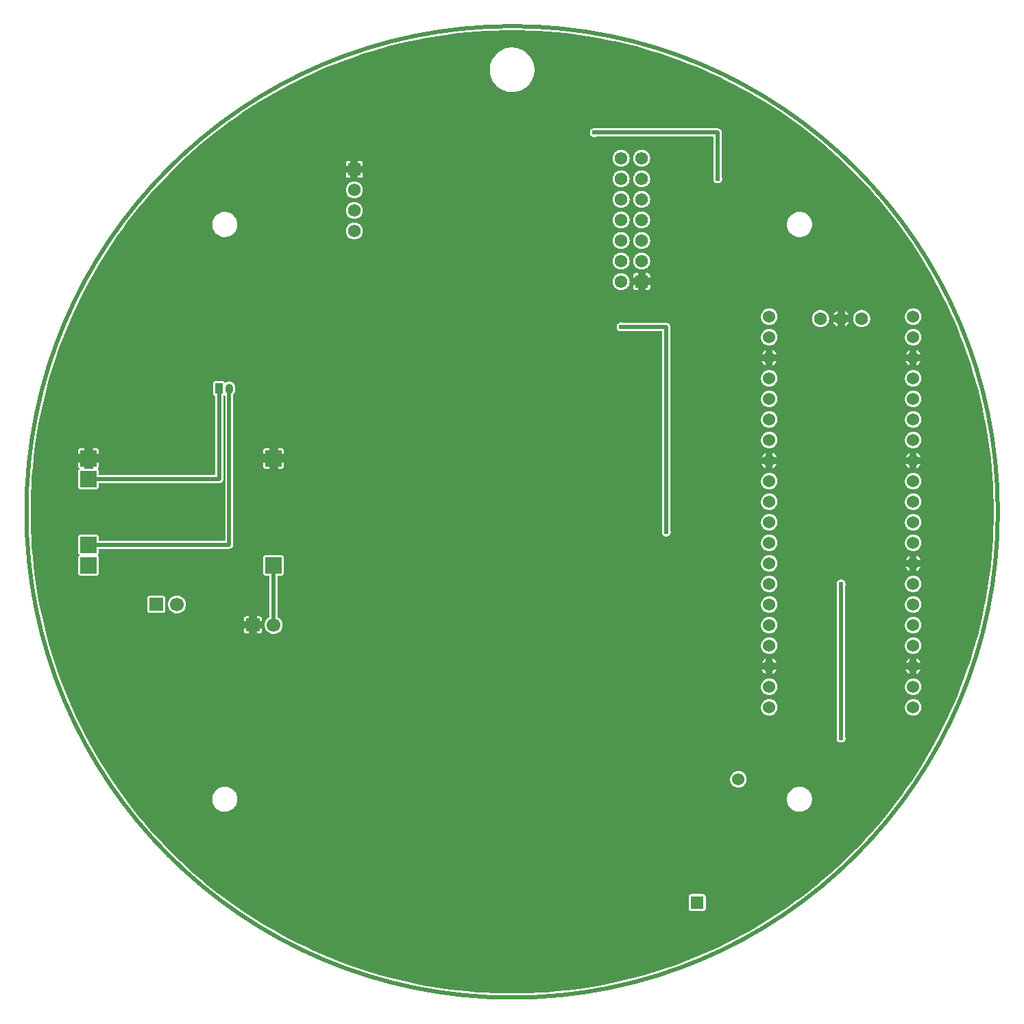
<source format=gbl>
G04 Layer: BottomLayer*
G04 EasyEDA v6.5.1, 2022-05-20 13:09:05*
G04 9a472788fb3748f5b1af1517000a09b8,10*
G04 Gerber Generator version 0.2*
G04 Scale: 100 percent, Rotated: No, Reflected: No *
G04 Dimensions in millimeters *
G04 leading zeros omitted , absolute positions ,4 integer and 5 decimal *
%FSLAX45Y45*%
%MOMM*%

%ADD11C,0.5000*%
%ADD15R,1.5748X1.5748*%
%ADD16C,1.5748*%
%ADD18C,1.7000*%
%ADD19R,2.0000X2.0000*%
%ADD21C,1.5240*%
%ADD22C,1.6000*%
%ADD23C,0.6096*%
%ADD24C,0.9500*%

%LPD*%
G36*
X-101Y-5949492D02*
G01*
X-110032Y-5948476D01*
X-219913Y-5945428D01*
X-329742Y-5940348D01*
X-439470Y-5933236D01*
X-549046Y-5924143D01*
X-658418Y-5912967D01*
X-767588Y-5899810D01*
X-876452Y-5884621D01*
X-985062Y-5867400D01*
X-1093317Y-5848197D01*
X-1201216Y-5827014D01*
X-1308658Y-5803798D01*
X-1415694Y-5778601D01*
X-1522222Y-5751474D01*
X-1628241Y-5722366D01*
X-1733702Y-5691276D01*
X-1838604Y-5658307D01*
X-1942846Y-5623356D01*
X-2046427Y-5586476D01*
X-2149297Y-5547715D01*
X-2251456Y-5507075D01*
X-2352852Y-5464505D01*
X-2453386Y-5420106D01*
X-2553157Y-5373827D01*
X-2652014Y-5325719D01*
X-2749956Y-5275834D01*
X-2846984Y-5224119D01*
X-2943047Y-5170627D01*
X-3038094Y-5115356D01*
X-3132074Y-5058308D01*
X-3225038Y-4999583D01*
X-3316884Y-4939131D01*
X-3407562Y-4877003D01*
X-3497122Y-4813198D01*
X-3585464Y-4747768D01*
X-3672586Y-4680712D01*
X-3758437Y-4612030D01*
X-3843020Y-4541774D01*
X-3926281Y-4469993D01*
X-4008221Y-4396689D01*
X-4088790Y-4321860D01*
X-4167936Y-4245559D01*
X-4245711Y-4167835D01*
X-4322013Y-4088637D01*
X-4396790Y-4008069D01*
X-4470095Y-3926179D01*
X-4541926Y-3842867D01*
X-4612132Y-3758285D01*
X-4680813Y-3672433D01*
X-4747869Y-3585311D01*
X-4813300Y-3496970D01*
X-4877104Y-3407410D01*
X-4939233Y-3316732D01*
X-4999685Y-3224885D01*
X-5058410Y-3131921D01*
X-5115458Y-3037941D01*
X-5170678Y-2942894D01*
X-5224221Y-2846832D01*
X-5275935Y-2749804D01*
X-5325821Y-2651861D01*
X-5373928Y-2552954D01*
X-5420156Y-2453233D01*
X-5464606Y-2352649D01*
X-5507126Y-2251252D01*
X-5547766Y-2149144D01*
X-5586577Y-2046224D01*
X-5623407Y-1942642D01*
X-5658358Y-1838401D01*
X-5691378Y-1733550D01*
X-5722416Y-1628089D01*
X-5751525Y-1522069D01*
X-5778652Y-1415491D01*
X-5803849Y-1308506D01*
X-5827014Y-1201013D01*
X-5848248Y-1093114D01*
X-5867450Y-984859D01*
X-5884621Y-876300D01*
X-5899810Y-767384D01*
X-5912967Y-658215D01*
X-5924143Y-548843D01*
X-5933287Y-439267D01*
X-5940399Y-329590D01*
X-5945428Y-219760D01*
X-5948476Y-109829D01*
X-5949492Y101D01*
X-5948476Y110032D01*
X-5945428Y219913D01*
X-5940348Y329742D01*
X-5933236Y439470D01*
X-5924143Y549046D01*
X-5912967Y658418D01*
X-5899810Y767588D01*
X-5884621Y876452D01*
X-5867400Y985062D01*
X-5848197Y1093317D01*
X-5827014Y1201216D01*
X-5803798Y1308658D01*
X-5778601Y1415694D01*
X-5751474Y1522222D01*
X-5722366Y1628241D01*
X-5691276Y1733702D01*
X-5658307Y1838604D01*
X-5623356Y1942846D01*
X-5586476Y2046427D01*
X-5547715Y2149297D01*
X-5507075Y2251456D01*
X-5464505Y2352852D01*
X-5420106Y2453386D01*
X-5373827Y2553157D01*
X-5325719Y2652014D01*
X-5275834Y2749956D01*
X-5224119Y2846984D01*
X-5170627Y2943047D01*
X-5115356Y3038094D01*
X-5058308Y3132074D01*
X-4999583Y3225038D01*
X-4939131Y3316884D01*
X-4877003Y3407562D01*
X-4813198Y3497122D01*
X-4747768Y3585464D01*
X-4680712Y3672586D01*
X-4612030Y3758437D01*
X-4541774Y3843020D01*
X-4469993Y3926281D01*
X-4396689Y4008221D01*
X-4321860Y4088790D01*
X-4245559Y4167936D01*
X-4167835Y4245711D01*
X-4088637Y4322013D01*
X-4008069Y4396790D01*
X-3926179Y4470095D01*
X-3842867Y4541926D01*
X-3758285Y4612132D01*
X-3672433Y4680813D01*
X-3585311Y4747869D01*
X-3496970Y4813300D01*
X-3407410Y4877104D01*
X-3316732Y4939233D01*
X-3224885Y4999685D01*
X-3131921Y5058410D01*
X-3037941Y5115458D01*
X-2942894Y5170678D01*
X-2846832Y5224221D01*
X-2749804Y5275935D01*
X-2651861Y5325821D01*
X-2552954Y5373928D01*
X-2453233Y5420156D01*
X-2352649Y5464606D01*
X-2251252Y5507126D01*
X-2149144Y5547766D01*
X-2046224Y5586577D01*
X-1942642Y5623407D01*
X-1838401Y5658358D01*
X-1733550Y5691378D01*
X-1628089Y5722416D01*
X-1522069Y5751525D01*
X-1415491Y5778652D01*
X-1308506Y5803849D01*
X-1201013Y5827014D01*
X-1093114Y5848248D01*
X-984859Y5867450D01*
X-876300Y5884621D01*
X-767384Y5899810D01*
X-658215Y5912967D01*
X-548843Y5924143D01*
X-439267Y5933287D01*
X-329590Y5940399D01*
X-219760Y5945428D01*
X-109829Y5948476D01*
X101Y5949492D01*
X110032Y5948476D01*
X219913Y5945428D01*
X329742Y5940348D01*
X439470Y5933236D01*
X549046Y5924143D01*
X658418Y5912967D01*
X767588Y5899810D01*
X876452Y5884621D01*
X985062Y5867400D01*
X1093317Y5848197D01*
X1201216Y5827014D01*
X1308658Y5803798D01*
X1415694Y5778601D01*
X1522222Y5751474D01*
X1628241Y5722366D01*
X1733702Y5691276D01*
X1838604Y5658307D01*
X1942846Y5623356D01*
X2046427Y5586476D01*
X2149297Y5547715D01*
X2251456Y5507075D01*
X2352852Y5464505D01*
X2453386Y5420106D01*
X2553157Y5373827D01*
X2652014Y5325719D01*
X2749956Y5275834D01*
X2846984Y5224119D01*
X2943047Y5170627D01*
X3038094Y5115356D01*
X3132074Y5058308D01*
X3225038Y4999583D01*
X3316884Y4939131D01*
X3407562Y4877003D01*
X3497122Y4813198D01*
X3585464Y4747768D01*
X3672586Y4680712D01*
X3758437Y4612030D01*
X3843020Y4541774D01*
X3926281Y4469993D01*
X4008221Y4396689D01*
X4088790Y4321860D01*
X4167936Y4245559D01*
X4245711Y4167835D01*
X4322013Y4088637D01*
X4396790Y4008069D01*
X4470095Y3926179D01*
X4541926Y3842867D01*
X4612132Y3758285D01*
X4680813Y3672433D01*
X4747869Y3585311D01*
X4813300Y3496970D01*
X4877104Y3407410D01*
X4939233Y3316732D01*
X4999685Y3224885D01*
X5058410Y3131921D01*
X5115458Y3037941D01*
X5170678Y2942894D01*
X5224221Y2846832D01*
X5275935Y2749804D01*
X5325821Y2651861D01*
X5373928Y2552954D01*
X5420156Y2453233D01*
X5464606Y2352649D01*
X5507126Y2251252D01*
X5547766Y2149144D01*
X5586577Y2046224D01*
X5623407Y1942642D01*
X5658358Y1838401D01*
X5691378Y1733550D01*
X5722416Y1628089D01*
X5751525Y1522069D01*
X5778652Y1415491D01*
X5803849Y1308506D01*
X5827014Y1201013D01*
X5848248Y1093114D01*
X5867450Y984859D01*
X5884621Y876300D01*
X5899810Y767384D01*
X5912967Y658215D01*
X5924143Y548843D01*
X5933287Y439267D01*
X5940399Y329590D01*
X5945428Y219760D01*
X5948476Y109829D01*
X5949492Y-101D01*
X5948476Y-110032D01*
X5945428Y-219913D01*
X5940348Y-329742D01*
X5933236Y-439470D01*
X5924143Y-549046D01*
X5912967Y-658418D01*
X5899810Y-767588D01*
X5884621Y-876452D01*
X5867400Y-985062D01*
X5848197Y-1093317D01*
X5827014Y-1201216D01*
X5803798Y-1308658D01*
X5778601Y-1415694D01*
X5751474Y-1522222D01*
X5722366Y-1628241D01*
X5691276Y-1733702D01*
X5658307Y-1838604D01*
X5623356Y-1942846D01*
X5586476Y-2046427D01*
X5547715Y-2149297D01*
X5507075Y-2251456D01*
X5464505Y-2352852D01*
X5420106Y-2453386D01*
X5373827Y-2553157D01*
X5325719Y-2652014D01*
X5275834Y-2749956D01*
X5224119Y-2846984D01*
X5170627Y-2943047D01*
X5115356Y-3038094D01*
X5058308Y-3132074D01*
X4999583Y-3225038D01*
X4939131Y-3316884D01*
X4877003Y-3407562D01*
X4813198Y-3497122D01*
X4747768Y-3585464D01*
X4680712Y-3672586D01*
X4612030Y-3758437D01*
X4541774Y-3843020D01*
X4469993Y-3926281D01*
X4396689Y-4008221D01*
X4321860Y-4088790D01*
X4245559Y-4167936D01*
X4167835Y-4245711D01*
X4088637Y-4322013D01*
X4008069Y-4396790D01*
X3926179Y-4470095D01*
X3842867Y-4541926D01*
X3758285Y-4612132D01*
X3672433Y-4680813D01*
X3585311Y-4747869D01*
X3496970Y-4813300D01*
X3407410Y-4877104D01*
X3316732Y-4939233D01*
X3224885Y-4999685D01*
X3131921Y-5058410D01*
X3037941Y-5115458D01*
X2942894Y-5170678D01*
X2846832Y-5224221D01*
X2749804Y-5275935D01*
X2651861Y-5325821D01*
X2552954Y-5373928D01*
X2453233Y-5420156D01*
X2352649Y-5464606D01*
X2251252Y-5507126D01*
X2149144Y-5547766D01*
X2046224Y-5586577D01*
X1942642Y-5623407D01*
X1838401Y-5658358D01*
X1733550Y-5691378D01*
X1628089Y-5722416D01*
X1522069Y-5751525D01*
X1415491Y-5778652D01*
X1308506Y-5803849D01*
X1201013Y-5827014D01*
X1093114Y-5848248D01*
X984859Y-5867450D01*
X876300Y-5884621D01*
X767384Y-5899810D01*
X658215Y-5912967D01*
X548843Y-5924143D01*
X439267Y-5933287D01*
X329590Y-5940399D01*
X219760Y-5945428D01*
X109829Y-5948476D01*
G37*

%LPC*%
G36*
X-5791Y5185562D02*
G01*
X17322Y5186070D01*
X40233Y5188458D01*
X62890Y5192776D01*
X85140Y5198973D01*
X106781Y5207050D01*
X127609Y5216855D01*
X147624Y5228386D01*
X166573Y5241544D01*
X184353Y5256276D01*
X200812Y5272430D01*
X215900Y5289854D01*
X229463Y5308549D01*
X241401Y5328259D01*
X251663Y5348935D01*
X260146Y5370423D01*
X266852Y5392470D01*
X271627Y5415076D01*
X274523Y5437936D01*
X275488Y5461000D01*
X274523Y5484063D01*
X271627Y5506923D01*
X266852Y5529529D01*
X260146Y5551576D01*
X251663Y5573064D01*
X241401Y5593740D01*
X229463Y5613450D01*
X215900Y5632145D01*
X200812Y5649569D01*
X184353Y5665724D01*
X166573Y5680456D01*
X147624Y5693613D01*
X127609Y5705144D01*
X106781Y5714949D01*
X85140Y5723026D01*
X62890Y5729224D01*
X40233Y5733542D01*
X17322Y5735929D01*
X-5791Y5736437D01*
X-28803Y5734964D01*
X-51612Y5731611D01*
X-74066Y5726328D01*
X-96012Y5719216D01*
X-117297Y5710275D01*
X-137769Y5699607D01*
X-157226Y5687212D01*
X-175615Y5673293D01*
X-192735Y5657850D01*
X-208534Y5641035D01*
X-222859Y5622950D01*
X-235661Y5603697D01*
X-246786Y5583478D01*
X-256133Y5562396D01*
X-263753Y5540603D01*
X-269494Y5518302D01*
X-273304Y5495544D01*
X-275234Y5472531D01*
X-275234Y5449468D01*
X-273304Y5426456D01*
X-269494Y5403697D01*
X-263753Y5381396D01*
X-256133Y5359603D01*
X-246786Y5338521D01*
X-235661Y5318302D01*
X-222859Y5299049D01*
X-208534Y5280964D01*
X-192735Y5264150D01*
X-175615Y5248706D01*
X-157226Y5234787D01*
X-137769Y5222392D01*
X-117297Y5211724D01*
X-96012Y5202783D01*
X-74066Y5195671D01*
X-51612Y5190388D01*
X-28803Y5187035D01*
G37*
G36*
X-3545738Y-3705453D02*
G01*
X-3528669Y-3704031D01*
X-3511854Y-3700729D01*
X-3495497Y-3695598D01*
X-3479800Y-3688740D01*
X-3464966Y-3680155D01*
X-3451148Y-3670046D01*
X-3438550Y-3658412D01*
X-3427323Y-3645509D01*
X-3417519Y-3631437D01*
X-3409391Y-3616350D01*
X-3402939Y-3600500D01*
X-3398265Y-3583990D01*
X-3395472Y-3567125D01*
X-3394506Y-3550005D01*
X-3395472Y-3532886D01*
X-3398265Y-3516020D01*
X-3402939Y-3499510D01*
X-3409391Y-3483660D01*
X-3417519Y-3468573D01*
X-3427323Y-3454501D01*
X-3438550Y-3441598D01*
X-3451148Y-3429965D01*
X-3464966Y-3419856D01*
X-3479800Y-3411270D01*
X-3495497Y-3404412D01*
X-3511854Y-3399282D01*
X-3528669Y-3395979D01*
X-3545738Y-3394557D01*
X-3562858Y-3395065D01*
X-3579825Y-3397402D01*
X-3596436Y-3401618D01*
X-3612438Y-3407613D01*
X-3627729Y-3415334D01*
X-3642106Y-3424732D01*
X-3655314Y-3435604D01*
X-3667251Y-3447897D01*
X-3677767Y-3461410D01*
X-3686759Y-3475990D01*
X-3694074Y-3491484D01*
X-3699611Y-3507689D01*
X-3703370Y-3524402D01*
X-3705250Y-3541420D01*
X-3705250Y-3558590D01*
X-3703370Y-3575608D01*
X-3699611Y-3592322D01*
X-3694074Y-3608527D01*
X-3686759Y-3624021D01*
X-3677767Y-3638600D01*
X-3667251Y-3652113D01*
X-3655314Y-3664407D01*
X-3642106Y-3675278D01*
X-3627729Y-3684676D01*
X-3612438Y-3692398D01*
X-3596436Y-3698392D01*
X-3579825Y-3702608D01*
X-3562858Y-3704945D01*
G37*
G36*
X3554272Y-3705453D02*
G01*
X3571341Y-3704031D01*
X3588156Y-3700729D01*
X3604514Y-3695598D01*
X3620211Y-3688740D01*
X3635044Y-3680155D01*
X3648862Y-3670046D01*
X3661460Y-3658412D01*
X3672687Y-3645509D01*
X3682492Y-3631437D01*
X3690620Y-3616350D01*
X3697071Y-3600500D01*
X3701745Y-3583990D01*
X3704539Y-3567125D01*
X3705504Y-3550005D01*
X3704539Y-3532886D01*
X3701745Y-3516020D01*
X3697071Y-3499510D01*
X3690620Y-3483660D01*
X3682492Y-3468573D01*
X3672687Y-3454501D01*
X3661460Y-3441598D01*
X3648862Y-3429965D01*
X3635044Y-3419856D01*
X3620211Y-3411270D01*
X3604514Y-3404412D01*
X3588156Y-3399282D01*
X3571341Y-3395979D01*
X3554272Y-3394557D01*
X3537153Y-3395065D01*
X3520186Y-3397402D01*
X3503574Y-3401618D01*
X3487572Y-3407613D01*
X3472281Y-3415334D01*
X3457905Y-3424732D01*
X3444697Y-3435604D01*
X3432759Y-3447897D01*
X3422243Y-3461410D01*
X3413251Y-3475990D01*
X3405936Y-3491484D01*
X3400399Y-3507689D01*
X3396640Y-3524402D01*
X3394760Y-3541420D01*
X3394760Y-3558590D01*
X3396640Y-3575608D01*
X3400399Y-3592322D01*
X3405936Y-3608527D01*
X3413251Y-3624021D01*
X3422243Y-3638600D01*
X3432759Y-3652113D01*
X3444697Y-3664407D01*
X3457905Y-3675278D01*
X3472281Y-3684676D01*
X3487572Y-3692398D01*
X3503574Y-3698392D01*
X3520186Y-3702608D01*
X3537153Y-3704945D01*
G37*
G36*
X2787192Y-3403447D02*
G01*
X2800807Y-3403447D01*
X2814269Y-3401618D01*
X2827375Y-3398062D01*
X2839872Y-3392728D01*
X2851556Y-3385820D01*
X2862224Y-3377387D01*
X2871622Y-3367633D01*
X2879699Y-3356711D01*
X2886252Y-3344824D01*
X2891129Y-3332124D01*
X2894279Y-3318916D01*
X2895600Y-3305403D01*
X2895193Y-3291840D01*
X2892907Y-3278428D01*
X2888894Y-3265474D01*
X2883154Y-3253130D01*
X2875838Y-3241700D01*
X2867101Y-3231337D01*
X2856992Y-3222193D01*
X2845816Y-3214522D01*
X2833674Y-3208375D01*
X2820873Y-3203956D01*
X2807563Y-3201212D01*
X2794000Y-3200298D01*
X2780436Y-3201212D01*
X2767126Y-3203956D01*
X2754325Y-3208375D01*
X2742184Y-3214522D01*
X2731008Y-3222193D01*
X2720898Y-3231337D01*
X2712161Y-3241700D01*
X2704846Y-3253130D01*
X2699105Y-3265474D01*
X2695092Y-3278428D01*
X2692857Y-3291840D01*
X2692400Y-3305403D01*
X2693720Y-3318916D01*
X2696870Y-3332124D01*
X2701747Y-3344824D01*
X2708300Y-3356711D01*
X2716377Y-3367633D01*
X2725775Y-3377387D01*
X2736443Y-3385820D01*
X2748127Y-3392728D01*
X2760624Y-3398062D01*
X2773730Y-3401618D01*
G37*
G36*
X4064000Y-2849930D02*
G01*
X4073702Y-2849118D01*
X4083151Y-2846578D01*
X4091990Y-2842463D01*
X4099966Y-2836875D01*
X4106875Y-2829966D01*
X4112463Y-2821990D01*
X4116578Y-2813151D01*
X4119118Y-2803702D01*
X4119930Y-2794000D01*
X4119118Y-2784297D01*
X4116578Y-2774848D01*
X4115460Y-2772460D01*
X4114495Y-2768193D01*
X4114495Y-914806D01*
X4115460Y-910539D01*
X4116578Y-908151D01*
X4119118Y-898702D01*
X4119930Y-889000D01*
X4119118Y-879297D01*
X4116578Y-869848D01*
X4112463Y-861009D01*
X4106875Y-853033D01*
X4099966Y-846124D01*
X4091990Y-840536D01*
X4083151Y-836421D01*
X4073702Y-833882D01*
X4064000Y-833069D01*
X4054297Y-833882D01*
X4044848Y-836421D01*
X4036009Y-840536D01*
X4028033Y-846124D01*
X4021124Y-853033D01*
X4015536Y-861009D01*
X4011422Y-869848D01*
X4008882Y-879297D01*
X4008069Y-889000D01*
X4008882Y-898702D01*
X4011422Y-908151D01*
X4012539Y-910539D01*
X4013504Y-914806D01*
X4013504Y-2768193D01*
X4012539Y-2772460D01*
X4011422Y-2774848D01*
X4008882Y-2784297D01*
X4008069Y-2794000D01*
X4008882Y-2803702D01*
X4011422Y-2813151D01*
X4015536Y-2821990D01*
X4021124Y-2829966D01*
X4028033Y-2836875D01*
X4036009Y-2842463D01*
X4044848Y-2846578D01*
X4054297Y-2849118D01*
G37*
G36*
X4946192Y-2514447D02*
G01*
X4959807Y-2514447D01*
X4973269Y-2512618D01*
X4986375Y-2509062D01*
X4998872Y-2503728D01*
X5010556Y-2496820D01*
X5021224Y-2488387D01*
X5030622Y-2478633D01*
X5038699Y-2467711D01*
X5045252Y-2455824D01*
X5050129Y-2443124D01*
X5053279Y-2429916D01*
X5054600Y-2416403D01*
X5054193Y-2402840D01*
X5051907Y-2389428D01*
X5047894Y-2376474D01*
X5042154Y-2364130D01*
X5034838Y-2352700D01*
X5026101Y-2342337D01*
X5015992Y-2333193D01*
X5004816Y-2325522D01*
X4992674Y-2319375D01*
X4979873Y-2314956D01*
X4966563Y-2312212D01*
X4953000Y-2311298D01*
X4939436Y-2312212D01*
X4926126Y-2314956D01*
X4913325Y-2319375D01*
X4901184Y-2325522D01*
X4890008Y-2333193D01*
X4879898Y-2342337D01*
X4871161Y-2352700D01*
X4863846Y-2364130D01*
X4858105Y-2376474D01*
X4854092Y-2389428D01*
X4851857Y-2402840D01*
X4851400Y-2416403D01*
X4852720Y-2429916D01*
X4855870Y-2443124D01*
X4860747Y-2455824D01*
X4867300Y-2467711D01*
X4875377Y-2478633D01*
X4884775Y-2488387D01*
X4895443Y-2496820D01*
X4907127Y-2503728D01*
X4919624Y-2509062D01*
X4932730Y-2512618D01*
G37*
G36*
X3168192Y-2514447D02*
G01*
X3181807Y-2514447D01*
X3195269Y-2512618D01*
X3208375Y-2509062D01*
X3220872Y-2503728D01*
X3232556Y-2496820D01*
X3243224Y-2488387D01*
X3252622Y-2478633D01*
X3260699Y-2467711D01*
X3267252Y-2455824D01*
X3272129Y-2443124D01*
X3275279Y-2429916D01*
X3276600Y-2416403D01*
X3276193Y-2402840D01*
X3273907Y-2389428D01*
X3269894Y-2376474D01*
X3264153Y-2364130D01*
X3256838Y-2352700D01*
X3248101Y-2342337D01*
X3237992Y-2333193D01*
X3226816Y-2325522D01*
X3214674Y-2319375D01*
X3201873Y-2314956D01*
X3188563Y-2312212D01*
X3175000Y-2311298D01*
X3161436Y-2312212D01*
X3148126Y-2314956D01*
X3135325Y-2319375D01*
X3123184Y-2325522D01*
X3112008Y-2333193D01*
X3101898Y-2342337D01*
X3093161Y-2352700D01*
X3085846Y-2364130D01*
X3080105Y-2376474D01*
X3076092Y-2389428D01*
X3073857Y-2402840D01*
X3073400Y-2416403D01*
X3074720Y-2429916D01*
X3077870Y-2443124D01*
X3082747Y-2455824D01*
X3089300Y-2467711D01*
X3097377Y-2478633D01*
X3106775Y-2488387D01*
X3117443Y-2496820D01*
X3129127Y-2503728D01*
X3141624Y-2509062D01*
X3154730Y-2512618D01*
G37*
G36*
X4946192Y-2260447D02*
G01*
X4959807Y-2260447D01*
X4973269Y-2258618D01*
X4986375Y-2255062D01*
X4998872Y-2249728D01*
X5010556Y-2242820D01*
X5021224Y-2234387D01*
X5030622Y-2224633D01*
X5038699Y-2213711D01*
X5045252Y-2201824D01*
X5050129Y-2189124D01*
X5053279Y-2175916D01*
X5054600Y-2162403D01*
X5054193Y-2148840D01*
X5051907Y-2135428D01*
X5047894Y-2122474D01*
X5042154Y-2110130D01*
X5034838Y-2098700D01*
X5026101Y-2088337D01*
X5015992Y-2079193D01*
X5004816Y-2071522D01*
X4992674Y-2065375D01*
X4979873Y-2060956D01*
X4966563Y-2058212D01*
X4953000Y-2057298D01*
X4939436Y-2058212D01*
X4926126Y-2060956D01*
X4913325Y-2065375D01*
X4901184Y-2071522D01*
X4890008Y-2079193D01*
X4879898Y-2088337D01*
X4871161Y-2098700D01*
X4863846Y-2110130D01*
X4858105Y-2122474D01*
X4854092Y-2135428D01*
X4851857Y-2148840D01*
X4851400Y-2162403D01*
X4852720Y-2175916D01*
X4855870Y-2189124D01*
X4860747Y-2201824D01*
X4867300Y-2213711D01*
X4875377Y-2224633D01*
X4884775Y-2234387D01*
X4895443Y-2242820D01*
X4907127Y-2249728D01*
X4919624Y-2255062D01*
X4932730Y-2258618D01*
G37*
G36*
X3168192Y-2260447D02*
G01*
X3181807Y-2260447D01*
X3195269Y-2258618D01*
X3208375Y-2255062D01*
X3220872Y-2249728D01*
X3232556Y-2242820D01*
X3243224Y-2234387D01*
X3252622Y-2224633D01*
X3260699Y-2213711D01*
X3267252Y-2201824D01*
X3272129Y-2189124D01*
X3275279Y-2175916D01*
X3276600Y-2162403D01*
X3276193Y-2148840D01*
X3273907Y-2135428D01*
X3269894Y-2122474D01*
X3264153Y-2110130D01*
X3256838Y-2098700D01*
X3248101Y-2088337D01*
X3237992Y-2079193D01*
X3226816Y-2071522D01*
X3214674Y-2065375D01*
X3201873Y-2060956D01*
X3188563Y-2058212D01*
X3175000Y-2057298D01*
X3161436Y-2058212D01*
X3148126Y-2060956D01*
X3135325Y-2065375D01*
X3123184Y-2071522D01*
X3112008Y-2079193D01*
X3101898Y-2088337D01*
X3093161Y-2098700D01*
X3085846Y-2110130D01*
X3080105Y-2122474D01*
X3076092Y-2135428D01*
X3073857Y-2148840D01*
X3073400Y-2162403D01*
X3074720Y-2175916D01*
X3077870Y-2189124D01*
X3082747Y-2201824D01*
X3089300Y-2213711D01*
X3097377Y-2224633D01*
X3106775Y-2234387D01*
X3117443Y-2242820D01*
X3129127Y-2249728D01*
X3141624Y-2255062D01*
X3154730Y-2258618D01*
G37*
G36*
X3219450Y-1996338D02*
G01*
X3220872Y-1995728D01*
X3232556Y-1988820D01*
X3243224Y-1980387D01*
X3252622Y-1970633D01*
X3260699Y-1959711D01*
X3266338Y-1949450D01*
X3219450Y-1949450D01*
G37*
G36*
X4908550Y-1996338D02*
G01*
X4908550Y-1949450D01*
X4861661Y-1949450D01*
X4867300Y-1959711D01*
X4875377Y-1970633D01*
X4884775Y-1980387D01*
X4895443Y-1988820D01*
X4907127Y-1995728D01*
G37*
G36*
X4997450Y-1996338D02*
G01*
X4998872Y-1995728D01*
X5010556Y-1988820D01*
X5021224Y-1980387D01*
X5030622Y-1970633D01*
X5038699Y-1959711D01*
X5044338Y-1949450D01*
X4997450Y-1949450D01*
G37*
G36*
X3130550Y-1996338D02*
G01*
X3130550Y-1949450D01*
X3083661Y-1949450D01*
X3089300Y-1959711D01*
X3097377Y-1970633D01*
X3106775Y-1980387D01*
X3117443Y-1988820D01*
X3129127Y-1995728D01*
G37*
G36*
X3083763Y-1860550D02*
G01*
X3130550Y-1860550D01*
X3130550Y-1813814D01*
X3123184Y-1817522D01*
X3112008Y-1825193D01*
X3101898Y-1834337D01*
X3093161Y-1844700D01*
X3085846Y-1856130D01*
G37*
G36*
X3219450Y-1860550D02*
G01*
X3266236Y-1860550D01*
X3264153Y-1856130D01*
X3256838Y-1844700D01*
X3248101Y-1834337D01*
X3237992Y-1825193D01*
X3226816Y-1817522D01*
X3219450Y-1813814D01*
G37*
G36*
X4861763Y-1860550D02*
G01*
X4908550Y-1860550D01*
X4908550Y-1813814D01*
X4901184Y-1817522D01*
X4890008Y-1825193D01*
X4879898Y-1834337D01*
X4871161Y-1844700D01*
X4863846Y-1856130D01*
G37*
G36*
X4997450Y-1860550D02*
G01*
X5044236Y-1860550D01*
X5042154Y-1856130D01*
X5034838Y-1844700D01*
X5026101Y-1834337D01*
X5015992Y-1825193D01*
X5004816Y-1817522D01*
X4997450Y-1813814D01*
G37*
G36*
X4946192Y-1752447D02*
G01*
X4959807Y-1752447D01*
X4973269Y-1750618D01*
X4986375Y-1747062D01*
X4998872Y-1741728D01*
X5010556Y-1734820D01*
X5021224Y-1726387D01*
X5030622Y-1716633D01*
X5038699Y-1705711D01*
X5045252Y-1693824D01*
X5050129Y-1681124D01*
X5053279Y-1667916D01*
X5054600Y-1654403D01*
X5054193Y-1640839D01*
X5051907Y-1627428D01*
X5047894Y-1614474D01*
X5042154Y-1602130D01*
X5034838Y-1590700D01*
X5026101Y-1580337D01*
X5015992Y-1571193D01*
X5004816Y-1563522D01*
X4992674Y-1557375D01*
X4979873Y-1552956D01*
X4966563Y-1550212D01*
X4953000Y-1549298D01*
X4939436Y-1550212D01*
X4926126Y-1552956D01*
X4913325Y-1557375D01*
X4901184Y-1563522D01*
X4890008Y-1571193D01*
X4879898Y-1580337D01*
X4871161Y-1590700D01*
X4863846Y-1602130D01*
X4858105Y-1614474D01*
X4854092Y-1627428D01*
X4851857Y-1640839D01*
X4851400Y-1654403D01*
X4852720Y-1667916D01*
X4855870Y-1681124D01*
X4860747Y-1693824D01*
X4867300Y-1705711D01*
X4875377Y-1716633D01*
X4884775Y-1726387D01*
X4895443Y-1734820D01*
X4907127Y-1741728D01*
X4919624Y-1747062D01*
X4932730Y-1750618D01*
G37*
G36*
X3168192Y-1752447D02*
G01*
X3181807Y-1752447D01*
X3195269Y-1750618D01*
X3208375Y-1747062D01*
X3220872Y-1741728D01*
X3232556Y-1734820D01*
X3243224Y-1726387D01*
X3252622Y-1716633D01*
X3260699Y-1705711D01*
X3267252Y-1693824D01*
X3272129Y-1681124D01*
X3275279Y-1667916D01*
X3276600Y-1654403D01*
X3276193Y-1640839D01*
X3273907Y-1627428D01*
X3269894Y-1614474D01*
X3264153Y-1602130D01*
X3256838Y-1590700D01*
X3248101Y-1580337D01*
X3237992Y-1571193D01*
X3226816Y-1563522D01*
X3214674Y-1557375D01*
X3201873Y-1552956D01*
X3188563Y-1550212D01*
X3175000Y-1549298D01*
X3161436Y-1550212D01*
X3148126Y-1552956D01*
X3135325Y-1557375D01*
X3123184Y-1563522D01*
X3112008Y-1571193D01*
X3101898Y-1580337D01*
X3093161Y-1590700D01*
X3085846Y-1602130D01*
X3080105Y-1614474D01*
X3076092Y-1627428D01*
X3073857Y-1640839D01*
X3073400Y-1654403D01*
X3074720Y-1667916D01*
X3077870Y-1681124D01*
X3082747Y-1693824D01*
X3089300Y-1705711D01*
X3097377Y-1716633D01*
X3106775Y-1726387D01*
X3117443Y-1734820D01*
X3129127Y-1741728D01*
X3141624Y-1747062D01*
X3154730Y-1750618D01*
G37*
G36*
X-2942844Y-1507439D02*
G01*
X-2928772Y-1506067D01*
X-2914954Y-1502918D01*
X-2901696Y-1498041D01*
X-2889148Y-1491488D01*
X-2877515Y-1483360D01*
X-2867050Y-1473860D01*
X-2857855Y-1463090D01*
X-2850134Y-1451203D01*
X-2843987Y-1438452D01*
X-2839516Y-1425041D01*
X-2836824Y-1411122D01*
X-2835910Y-1397000D01*
X-2836824Y-1382877D01*
X-2839516Y-1368958D01*
X-2843987Y-1355547D01*
X-2850134Y-1342796D01*
X-2857855Y-1330909D01*
X-2867050Y-1320139D01*
X-2877515Y-1310640D01*
X-2893314Y-1299565D01*
X-2895244Y-1296466D01*
X-2895904Y-1292809D01*
X-2895904Y-796086D01*
X-2895142Y-792175D01*
X-2892907Y-788873D01*
X-2889605Y-786688D01*
X-2885744Y-785926D01*
X-2846984Y-785926D01*
X-2840736Y-785215D01*
X-2835351Y-783336D01*
X-2830525Y-780288D01*
X-2826512Y-776274D01*
X-2823464Y-771448D01*
X-2821584Y-766064D01*
X-2820873Y-759815D01*
X-2820873Y-560984D01*
X-2821584Y-554736D01*
X-2823464Y-549351D01*
X-2826512Y-544525D01*
X-2830525Y-540512D01*
X-2835351Y-537464D01*
X-2840736Y-535584D01*
X-2846984Y-534924D01*
X-3045815Y-534924D01*
X-3052064Y-535584D01*
X-3057448Y-537464D01*
X-3062274Y-540512D01*
X-3066288Y-544525D01*
X-3069336Y-549351D01*
X-3071215Y-554736D01*
X-3071876Y-560984D01*
X-3071876Y-759815D01*
X-3071215Y-766064D01*
X-3069336Y-771448D01*
X-3066288Y-776274D01*
X-3062274Y-780288D01*
X-3057448Y-783336D01*
X-3052064Y-785215D01*
X-3045815Y-785926D01*
X-3007055Y-785926D01*
X-3003194Y-786688D01*
X-2999892Y-788873D01*
X-2997657Y-792175D01*
X-2996895Y-796086D01*
X-2996895Y-1292961D01*
X-2997504Y-1296365D01*
X-2999181Y-1299362D01*
X-3001772Y-1301648D01*
X-3009595Y-1306372D01*
X-3020669Y-1315212D01*
X-3030524Y-1325372D01*
X-3039008Y-1336751D01*
X-3045917Y-1349044D01*
X-3051251Y-1362202D01*
X-3054858Y-1375867D01*
X-3056636Y-1389938D01*
X-3056636Y-1404061D01*
X-3054858Y-1418132D01*
X-3051251Y-1431798D01*
X-3045917Y-1444955D01*
X-3039008Y-1457248D01*
X-3030524Y-1468628D01*
X-3020669Y-1478788D01*
X-3009595Y-1487627D01*
X-2997504Y-1494942D01*
X-2984550Y-1500682D01*
X-2970987Y-1504696D01*
X-2957017Y-1506982D01*
G37*
G36*
X-3151530Y-1501241D02*
G01*
X-3115970Y-1501241D01*
X-3109722Y-1500530D01*
X-3104388Y-1498650D01*
X-3099562Y-1495602D01*
X-3095498Y-1491589D01*
X-3092500Y-1486763D01*
X-3090621Y-1481378D01*
X-3089910Y-1475181D01*
X-3089910Y-1442720D01*
X-3151530Y-1442720D01*
G37*
G36*
X-3284829Y-1501241D02*
G01*
X-3249269Y-1501241D01*
X-3249269Y-1442720D01*
X-3310890Y-1442720D01*
X-3310890Y-1475181D01*
X-3310178Y-1481378D01*
X-3308299Y-1486763D01*
X-3305301Y-1491589D01*
X-3301237Y-1495602D01*
X-3296412Y-1498650D01*
X-3291078Y-1500530D01*
G37*
G36*
X4946192Y-1498447D02*
G01*
X4959807Y-1498447D01*
X4973269Y-1496618D01*
X4986375Y-1493062D01*
X4998872Y-1487728D01*
X5010556Y-1480820D01*
X5021224Y-1472387D01*
X5030622Y-1462633D01*
X5038699Y-1451711D01*
X5045252Y-1439824D01*
X5050129Y-1427124D01*
X5053279Y-1413916D01*
X5054600Y-1400403D01*
X5054193Y-1386840D01*
X5051907Y-1373428D01*
X5047894Y-1360474D01*
X5042154Y-1348130D01*
X5034838Y-1336700D01*
X5026101Y-1326337D01*
X5015992Y-1317193D01*
X5004816Y-1309522D01*
X4992674Y-1303375D01*
X4979873Y-1298956D01*
X4966563Y-1296212D01*
X4953000Y-1295298D01*
X4939436Y-1296212D01*
X4926126Y-1298956D01*
X4913325Y-1303375D01*
X4901184Y-1309522D01*
X4890008Y-1317193D01*
X4879898Y-1326337D01*
X4871161Y-1336700D01*
X4863846Y-1348130D01*
X4858105Y-1360474D01*
X4854092Y-1373428D01*
X4851857Y-1386840D01*
X4851400Y-1400403D01*
X4852720Y-1413916D01*
X4855870Y-1427124D01*
X4860747Y-1439824D01*
X4867300Y-1451711D01*
X4875377Y-1462633D01*
X4884775Y-1472387D01*
X4895443Y-1480820D01*
X4907127Y-1487728D01*
X4919624Y-1493062D01*
X4932730Y-1496618D01*
G37*
G36*
X3168192Y-1498447D02*
G01*
X3181807Y-1498447D01*
X3195269Y-1496618D01*
X3208375Y-1493062D01*
X3220872Y-1487728D01*
X3232556Y-1480820D01*
X3243224Y-1472387D01*
X3252622Y-1462633D01*
X3260699Y-1451711D01*
X3267252Y-1439824D01*
X3272129Y-1427124D01*
X3275279Y-1413916D01*
X3276600Y-1400403D01*
X3276193Y-1386840D01*
X3273907Y-1373428D01*
X3269894Y-1360474D01*
X3264153Y-1348130D01*
X3256838Y-1336700D01*
X3248101Y-1326337D01*
X3237992Y-1317193D01*
X3226816Y-1309522D01*
X3214674Y-1303375D01*
X3201873Y-1298956D01*
X3188563Y-1296212D01*
X3175000Y-1295298D01*
X3161436Y-1296212D01*
X3148126Y-1298956D01*
X3135325Y-1303375D01*
X3123184Y-1309522D01*
X3112008Y-1317193D01*
X3101898Y-1326337D01*
X3093161Y-1336700D01*
X3085846Y-1348130D01*
X3080105Y-1360474D01*
X3076092Y-1373428D01*
X3073857Y-1386840D01*
X3073400Y-1400403D01*
X3074720Y-1413916D01*
X3077870Y-1427124D01*
X3082747Y-1439824D01*
X3089300Y-1451711D01*
X3097377Y-1462633D01*
X3106775Y-1472387D01*
X3117443Y-1480820D01*
X3129127Y-1487728D01*
X3141624Y-1493062D01*
X3154730Y-1496618D01*
G37*
G36*
X-3151530Y-1351280D02*
G01*
X-3089910Y-1351280D01*
X-3089910Y-1318818D01*
X-3090621Y-1312621D01*
X-3092500Y-1307236D01*
X-3095498Y-1302410D01*
X-3099562Y-1298397D01*
X-3104388Y-1295349D01*
X-3109722Y-1293469D01*
X-3115970Y-1292758D01*
X-3151530Y-1292758D01*
G37*
G36*
X-3310890Y-1351280D02*
G01*
X-3249269Y-1351280D01*
X-3249269Y-1292758D01*
X-3284829Y-1292758D01*
X-3291078Y-1293469D01*
X-3296412Y-1295349D01*
X-3301237Y-1298397D01*
X-3305301Y-1302410D01*
X-3308299Y-1307236D01*
X-3310178Y-1312621D01*
X-3310890Y-1318818D01*
G37*
G36*
X-4136644Y-1253439D02*
G01*
X-4122572Y-1252067D01*
X-4108754Y-1248918D01*
X-4095496Y-1244041D01*
X-4082948Y-1237488D01*
X-4071315Y-1229360D01*
X-4060850Y-1219860D01*
X-4051655Y-1209090D01*
X-4043934Y-1197203D01*
X-4037787Y-1184452D01*
X-4033316Y-1171041D01*
X-4030624Y-1157122D01*
X-4029710Y-1143000D01*
X-4030624Y-1128877D01*
X-4033316Y-1114958D01*
X-4037787Y-1101547D01*
X-4043934Y-1088796D01*
X-4051655Y-1076909D01*
X-4060850Y-1066139D01*
X-4071315Y-1056640D01*
X-4082948Y-1048512D01*
X-4095496Y-1041958D01*
X-4108754Y-1037082D01*
X-4122572Y-1033932D01*
X-4136644Y-1032560D01*
X-4150817Y-1033018D01*
X-4164787Y-1035303D01*
X-4178350Y-1039317D01*
X-4191304Y-1045057D01*
X-4203395Y-1052372D01*
X-4214469Y-1061212D01*
X-4224324Y-1071372D01*
X-4232808Y-1082751D01*
X-4239717Y-1095044D01*
X-4245051Y-1108202D01*
X-4248658Y-1121867D01*
X-4250436Y-1135938D01*
X-4250436Y-1150061D01*
X-4248658Y-1164132D01*
X-4245051Y-1177798D01*
X-4239717Y-1190955D01*
X-4232808Y-1203248D01*
X-4224324Y-1214628D01*
X-4214469Y-1224788D01*
X-4203395Y-1233627D01*
X-4191304Y-1240942D01*
X-4178350Y-1246682D01*
X-4164787Y-1250696D01*
X-4150817Y-1252982D01*
G37*
G36*
X-4478629Y-1247241D02*
G01*
X-4309770Y-1247241D01*
X-4303522Y-1246530D01*
X-4298188Y-1244650D01*
X-4293362Y-1241602D01*
X-4289298Y-1237589D01*
X-4286300Y-1232763D01*
X-4284421Y-1227378D01*
X-4283710Y-1221181D01*
X-4283710Y-1064818D01*
X-4284421Y-1058621D01*
X-4286300Y-1053236D01*
X-4289298Y-1048410D01*
X-4293362Y-1044397D01*
X-4298188Y-1041349D01*
X-4303522Y-1039469D01*
X-4309770Y-1038758D01*
X-4478629Y-1038758D01*
X-4484878Y-1039469D01*
X-4490212Y-1041349D01*
X-4495038Y-1044397D01*
X-4499102Y-1048410D01*
X-4502099Y-1053236D01*
X-4503978Y-1058621D01*
X-4504690Y-1064818D01*
X-4504690Y-1221181D01*
X-4503978Y-1227378D01*
X-4502099Y-1232763D01*
X-4499102Y-1237589D01*
X-4495038Y-1241602D01*
X-4490212Y-1244650D01*
X-4484878Y-1246530D01*
G37*
G36*
X4946192Y-1244447D02*
G01*
X4959807Y-1244447D01*
X4973269Y-1242618D01*
X4986375Y-1239062D01*
X4998872Y-1233728D01*
X5010556Y-1226820D01*
X5021224Y-1218387D01*
X5030622Y-1208633D01*
X5038699Y-1197711D01*
X5045252Y-1185824D01*
X5050129Y-1173124D01*
X5053279Y-1159916D01*
X5054600Y-1146403D01*
X5054193Y-1132840D01*
X5051907Y-1119428D01*
X5047894Y-1106474D01*
X5042154Y-1094130D01*
X5034838Y-1082700D01*
X5026101Y-1072337D01*
X5015992Y-1063193D01*
X5004816Y-1055522D01*
X4992674Y-1049375D01*
X4979873Y-1044956D01*
X4966563Y-1042212D01*
X4953000Y-1041298D01*
X4939436Y-1042212D01*
X4926126Y-1044956D01*
X4913325Y-1049375D01*
X4901184Y-1055522D01*
X4890008Y-1063193D01*
X4879898Y-1072337D01*
X4871161Y-1082700D01*
X4863846Y-1094130D01*
X4858105Y-1106474D01*
X4854092Y-1119428D01*
X4851857Y-1132840D01*
X4851400Y-1146403D01*
X4852720Y-1159916D01*
X4855870Y-1173124D01*
X4860747Y-1185824D01*
X4867300Y-1197711D01*
X4875377Y-1208633D01*
X4884775Y-1218387D01*
X4895443Y-1226820D01*
X4907127Y-1233728D01*
X4919624Y-1239062D01*
X4932730Y-1242618D01*
G37*
G36*
X3168192Y-1244447D02*
G01*
X3181807Y-1244447D01*
X3195269Y-1242618D01*
X3208375Y-1239062D01*
X3220872Y-1233728D01*
X3232556Y-1226820D01*
X3243224Y-1218387D01*
X3252622Y-1208633D01*
X3260699Y-1197711D01*
X3267252Y-1185824D01*
X3272129Y-1173124D01*
X3275279Y-1159916D01*
X3276600Y-1146403D01*
X3276193Y-1132840D01*
X3273907Y-1119428D01*
X3269894Y-1106474D01*
X3264153Y-1094130D01*
X3256838Y-1082700D01*
X3248101Y-1072337D01*
X3237992Y-1063193D01*
X3226816Y-1055522D01*
X3214674Y-1049375D01*
X3201873Y-1044956D01*
X3188563Y-1042212D01*
X3175000Y-1041298D01*
X3161436Y-1042212D01*
X3148126Y-1044956D01*
X3135325Y-1049375D01*
X3123184Y-1055522D01*
X3112008Y-1063193D01*
X3101898Y-1072337D01*
X3093161Y-1082700D01*
X3085846Y-1094130D01*
X3080105Y-1106474D01*
X3076092Y-1119428D01*
X3073857Y-1132840D01*
X3073400Y-1146403D01*
X3074720Y-1159916D01*
X3077870Y-1173124D01*
X3082747Y-1185824D01*
X3089300Y-1197711D01*
X3097377Y-1208633D01*
X3106775Y-1218387D01*
X3117443Y-1226820D01*
X3129127Y-1233728D01*
X3141624Y-1239062D01*
X3154730Y-1242618D01*
G37*
G36*
X4946192Y-990447D02*
G01*
X4959807Y-990447D01*
X4973269Y-988618D01*
X4986375Y-985062D01*
X4998872Y-979728D01*
X5010556Y-972819D01*
X5021224Y-964387D01*
X5030622Y-954633D01*
X5038699Y-943711D01*
X5045252Y-931824D01*
X5050129Y-919124D01*
X5053279Y-905916D01*
X5054600Y-892403D01*
X5054193Y-878840D01*
X5051907Y-865428D01*
X5047894Y-852474D01*
X5042154Y-840130D01*
X5034838Y-828700D01*
X5026101Y-818337D01*
X5015992Y-809193D01*
X5004816Y-801522D01*
X4992674Y-795375D01*
X4979873Y-790956D01*
X4966563Y-788212D01*
X4953000Y-787298D01*
X4939436Y-788212D01*
X4926126Y-790956D01*
X4913325Y-795375D01*
X4901184Y-801522D01*
X4890008Y-809193D01*
X4879898Y-818337D01*
X4871161Y-828700D01*
X4863846Y-840130D01*
X4858105Y-852474D01*
X4854092Y-865428D01*
X4851857Y-878840D01*
X4851400Y-892403D01*
X4852720Y-905916D01*
X4855870Y-919124D01*
X4860747Y-931824D01*
X4867300Y-943711D01*
X4875377Y-954633D01*
X4884775Y-964387D01*
X4895443Y-972819D01*
X4907127Y-979728D01*
X4919624Y-985062D01*
X4932730Y-988618D01*
G37*
G36*
X3168192Y-990447D02*
G01*
X3181807Y-990447D01*
X3195269Y-988618D01*
X3208375Y-985062D01*
X3220872Y-979728D01*
X3232556Y-972819D01*
X3243224Y-964387D01*
X3252622Y-954633D01*
X3260699Y-943711D01*
X3267252Y-931824D01*
X3272129Y-919124D01*
X3275279Y-905916D01*
X3276600Y-892403D01*
X3276193Y-878840D01*
X3273907Y-865428D01*
X3269894Y-852474D01*
X3264153Y-840130D01*
X3256838Y-828700D01*
X3248101Y-818337D01*
X3237992Y-809193D01*
X3226816Y-801522D01*
X3214674Y-795375D01*
X3201873Y-790956D01*
X3188563Y-788212D01*
X3175000Y-787298D01*
X3161436Y-788212D01*
X3148126Y-790956D01*
X3135325Y-795375D01*
X3123184Y-801522D01*
X3112008Y-809193D01*
X3101898Y-818337D01*
X3093161Y-828700D01*
X3085846Y-840130D01*
X3080105Y-852474D01*
X3076092Y-865428D01*
X3073857Y-878840D01*
X3073400Y-892403D01*
X3074720Y-905916D01*
X3077870Y-919124D01*
X3082747Y-931824D01*
X3089300Y-943711D01*
X3097377Y-954633D01*
X3106775Y-964387D01*
X3117443Y-972819D01*
X3129127Y-979728D01*
X3141624Y-985062D01*
X3154730Y-988618D01*
G37*
G36*
X-5331815Y-785926D02*
G01*
X-5132984Y-785926D01*
X-5126736Y-785215D01*
X-5121351Y-783336D01*
X-5116525Y-780288D01*
X-5112512Y-776274D01*
X-5109464Y-771448D01*
X-5107584Y-766064D01*
X-5106873Y-759815D01*
X-5106873Y-560984D01*
X-5107584Y-554736D01*
X-5109464Y-549351D01*
X-5112512Y-544525D01*
X-5116474Y-540562D01*
X-5118658Y-537311D01*
X-5119420Y-533400D01*
X-5118658Y-529488D01*
X-5116474Y-526237D01*
X-5112512Y-522274D01*
X-5109464Y-517448D01*
X-5107584Y-512064D01*
X-5106873Y-505815D01*
X-5106873Y-466902D01*
X-5106111Y-463042D01*
X-5103926Y-459740D01*
X-5100624Y-457504D01*
X-5096764Y-456742D01*
X-3494938Y-454863D01*
X-3485794Y-454050D01*
X-3477260Y-451764D01*
X-3469284Y-448056D01*
X-3462070Y-443026D01*
X-3455873Y-436829D01*
X-3450844Y-429615D01*
X-3447135Y-421640D01*
X-3444849Y-413105D01*
X-3444036Y-403910D01*
X-3444036Y1452118D01*
X-3443427Y1455521D01*
X-3441801Y1458518D01*
X-3434181Y1467916D01*
X-3428746Y1477314D01*
X-3424783Y1487474D01*
X-3422345Y1498142D01*
X-3421481Y1509369D01*
X-3421481Y1538630D01*
X-3422345Y1549857D01*
X-3424783Y1560525D01*
X-3428746Y1570685D01*
X-3434232Y1580083D01*
X-3440988Y1588617D01*
X-3449015Y1596034D01*
X-3458006Y1602181D01*
X-3467862Y1606905D01*
X-3478276Y1610156D01*
X-3489045Y1611782D01*
X-3499967Y1611782D01*
X-3510737Y1610156D01*
X-3521151Y1606905D01*
X-3531006Y1602181D01*
X-3537000Y1598117D01*
X-3540709Y1596542D01*
X-3544773Y1596542D01*
X-3548532Y1598168D01*
X-3552088Y1602384D01*
X-3556152Y1606397D01*
X-3560978Y1609394D01*
X-3566363Y1611325D01*
X-3572560Y1611985D01*
X-3666439Y1611985D01*
X-3672636Y1611325D01*
X-3678021Y1609394D01*
X-3682847Y1606397D01*
X-3686911Y1602384D01*
X-3689908Y1597558D01*
X-3691788Y1592173D01*
X-3692499Y1585925D01*
X-3692499Y1462074D01*
X-3691788Y1455826D01*
X-3689908Y1450441D01*
X-3686911Y1445615D01*
X-3682847Y1441602D01*
X-3678021Y1438605D01*
X-3673246Y1436014D01*
X-3670858Y1432610D01*
X-3669995Y1428546D01*
X-3669995Y467055D01*
X-3670757Y463194D01*
X-3672992Y459892D01*
X-3676294Y457657D01*
X-3680155Y456895D01*
X-5096713Y456895D01*
X-5100624Y457657D01*
X-5103926Y459892D01*
X-5106111Y463194D01*
X-5106873Y467055D01*
X-5106873Y505815D01*
X-5107584Y512064D01*
X-5109464Y517448D01*
X-5112512Y522274D01*
X-5116474Y526237D01*
X-5118658Y529488D01*
X-5119420Y533400D01*
X-5118658Y537311D01*
X-5116474Y540562D01*
X-5112512Y544525D01*
X-5109464Y549351D01*
X-5107584Y554736D01*
X-5106873Y560984D01*
X-5106873Y604062D01*
X-5176062Y604062D01*
X-5176062Y542036D01*
X-5176824Y538175D01*
X-5179009Y534873D01*
X-5182311Y532688D01*
X-5186222Y531876D01*
X-5278577Y531876D01*
X-5282488Y532688D01*
X-5285790Y534873D01*
X-5287975Y538175D01*
X-5288737Y542036D01*
X-5288737Y604062D01*
X-5357876Y604062D01*
X-5357876Y560984D01*
X-5357215Y554736D01*
X-5355336Y549351D01*
X-5352288Y544525D01*
X-5348325Y540562D01*
X-5346141Y537311D01*
X-5345379Y533400D01*
X-5346141Y529488D01*
X-5348325Y526237D01*
X-5352288Y522274D01*
X-5355336Y517448D01*
X-5357215Y512064D01*
X-5357876Y505815D01*
X-5357876Y306984D01*
X-5357215Y300736D01*
X-5355336Y295351D01*
X-5352288Y290525D01*
X-5348274Y286512D01*
X-5343448Y283464D01*
X-5338064Y281584D01*
X-5331815Y280873D01*
X-5132984Y280873D01*
X-5126736Y281584D01*
X-5121351Y283464D01*
X-5116525Y286512D01*
X-5112512Y290525D01*
X-5109464Y295351D01*
X-5107584Y300736D01*
X-5106873Y306984D01*
X-5106873Y345744D01*
X-5106111Y349605D01*
X-5103926Y352907D01*
X-5100624Y355142D01*
X-5096713Y355904D01*
X-3619957Y355904D01*
X-3610762Y356717D01*
X-3602228Y359003D01*
X-3594252Y362712D01*
X-3587038Y367741D01*
X-3580841Y373938D01*
X-3575812Y381152D01*
X-3572103Y389128D01*
X-3569817Y397662D01*
X-3569004Y406857D01*
X-3569004Y1428546D01*
X-3568242Y1432356D01*
X-3566160Y1435608D01*
X-3563010Y1437843D01*
X-3559352Y1439468D01*
X-3555441Y1440383D01*
X-3551478Y1439672D01*
X-3548126Y1437487D01*
X-3545840Y1434134D01*
X-3545027Y1430223D01*
X-3545027Y-343763D01*
X-3545789Y-347675D01*
X-3548024Y-350977D01*
X-3551275Y-353161D01*
X-3555187Y-353923D01*
X-5096713Y-355752D01*
X-5100624Y-354990D01*
X-5103926Y-352755D01*
X-5106111Y-349453D01*
X-5106873Y-345592D01*
X-5106873Y-306984D01*
X-5107584Y-300736D01*
X-5109464Y-295351D01*
X-5112512Y-290525D01*
X-5116525Y-286512D01*
X-5121351Y-283464D01*
X-5126736Y-281584D01*
X-5132984Y-280924D01*
X-5331815Y-280924D01*
X-5338064Y-281584D01*
X-5343448Y-283464D01*
X-5348274Y-286512D01*
X-5352288Y-290525D01*
X-5355336Y-295351D01*
X-5357215Y-300736D01*
X-5357876Y-306984D01*
X-5357876Y-505815D01*
X-5357215Y-512064D01*
X-5355336Y-517448D01*
X-5352288Y-522274D01*
X-5348325Y-526237D01*
X-5346141Y-529488D01*
X-5345379Y-533400D01*
X-5346141Y-537311D01*
X-5348325Y-540562D01*
X-5352288Y-544525D01*
X-5355336Y-549351D01*
X-5357215Y-554736D01*
X-5357876Y-560984D01*
X-5357876Y-759815D01*
X-5357215Y-766064D01*
X-5355336Y-771448D01*
X-5352288Y-776274D01*
X-5348274Y-780288D01*
X-5343448Y-783336D01*
X-5338064Y-785215D01*
G37*
G36*
X3168192Y-736447D02*
G01*
X3181807Y-736447D01*
X3195269Y-734618D01*
X3208375Y-731062D01*
X3220872Y-725728D01*
X3232556Y-718820D01*
X3243224Y-710387D01*
X3252622Y-700633D01*
X3260699Y-689711D01*
X3267252Y-677824D01*
X3272129Y-665124D01*
X3275279Y-651916D01*
X3276600Y-638403D01*
X3276193Y-624840D01*
X3273907Y-611428D01*
X3269894Y-598474D01*
X3264153Y-586130D01*
X3256838Y-574700D01*
X3248101Y-564337D01*
X3237992Y-555193D01*
X3226816Y-547522D01*
X3214674Y-541375D01*
X3201873Y-536956D01*
X3188563Y-534212D01*
X3175000Y-533298D01*
X3161436Y-534212D01*
X3148126Y-536956D01*
X3135325Y-541375D01*
X3123184Y-547522D01*
X3112008Y-555193D01*
X3101898Y-564337D01*
X3093161Y-574700D01*
X3085846Y-586130D01*
X3080105Y-598474D01*
X3076092Y-611428D01*
X3073857Y-624840D01*
X3073400Y-638403D01*
X3074720Y-651916D01*
X3077870Y-665124D01*
X3082747Y-677824D01*
X3089300Y-689711D01*
X3097377Y-700633D01*
X3106775Y-710387D01*
X3117443Y-718820D01*
X3129127Y-725728D01*
X3141624Y-731062D01*
X3154730Y-734618D01*
G37*
G36*
X4997450Y-726338D02*
G01*
X4998872Y-725728D01*
X5010556Y-718820D01*
X5021224Y-710387D01*
X5030622Y-700633D01*
X5038699Y-689711D01*
X5044338Y-679450D01*
X4997450Y-679450D01*
G37*
G36*
X4908550Y-726338D02*
G01*
X4908550Y-679450D01*
X4861661Y-679450D01*
X4867300Y-689711D01*
X4875377Y-700633D01*
X4884775Y-710387D01*
X4895443Y-718820D01*
X4907127Y-725728D01*
G37*
G36*
X4861763Y-590550D02*
G01*
X4908550Y-590550D01*
X4908550Y-543814D01*
X4901184Y-547522D01*
X4890008Y-555193D01*
X4879898Y-564337D01*
X4871161Y-574700D01*
X4863846Y-586130D01*
G37*
G36*
X4997450Y-590550D02*
G01*
X5044236Y-590550D01*
X5042154Y-586130D01*
X5034838Y-574700D01*
X5026101Y-564337D01*
X5015992Y-555193D01*
X5004816Y-547522D01*
X4997450Y-543814D01*
G37*
G36*
X4946192Y-482447D02*
G01*
X4959807Y-482447D01*
X4973269Y-480618D01*
X4986375Y-477062D01*
X4998872Y-471728D01*
X5010556Y-464820D01*
X5021224Y-456387D01*
X5030622Y-446633D01*
X5038699Y-435711D01*
X5045252Y-423824D01*
X5050129Y-411124D01*
X5053279Y-397916D01*
X5054600Y-384403D01*
X5054193Y-370840D01*
X5051907Y-357428D01*
X5047894Y-344474D01*
X5042154Y-332130D01*
X5034838Y-320700D01*
X5026101Y-310337D01*
X5015992Y-301193D01*
X5004816Y-293522D01*
X4992674Y-287375D01*
X4979873Y-282956D01*
X4966563Y-280212D01*
X4953000Y-279298D01*
X4939436Y-280212D01*
X4926126Y-282956D01*
X4913325Y-287375D01*
X4901184Y-293522D01*
X4890008Y-301193D01*
X4879898Y-310337D01*
X4871161Y-320700D01*
X4863846Y-332130D01*
X4858105Y-344474D01*
X4854092Y-357428D01*
X4851857Y-370840D01*
X4851400Y-384403D01*
X4852720Y-397916D01*
X4855870Y-411124D01*
X4860747Y-423824D01*
X4867300Y-435711D01*
X4875377Y-446633D01*
X4884775Y-456387D01*
X4895443Y-464820D01*
X4907127Y-471728D01*
X4919624Y-477062D01*
X4932730Y-480618D01*
G37*
G36*
X3168192Y-482447D02*
G01*
X3181807Y-482447D01*
X3195269Y-480618D01*
X3208375Y-477062D01*
X3220872Y-471728D01*
X3232556Y-464820D01*
X3243224Y-456387D01*
X3252622Y-446633D01*
X3260699Y-435711D01*
X3267252Y-423824D01*
X3272129Y-411124D01*
X3275279Y-397916D01*
X3276600Y-384403D01*
X3276193Y-370840D01*
X3273907Y-357428D01*
X3269894Y-344474D01*
X3264153Y-332130D01*
X3256838Y-320700D01*
X3248101Y-310337D01*
X3237992Y-301193D01*
X3226816Y-293522D01*
X3214674Y-287375D01*
X3201873Y-282956D01*
X3188563Y-280212D01*
X3175000Y-279298D01*
X3161436Y-280212D01*
X3148126Y-282956D01*
X3135325Y-287375D01*
X3123184Y-293522D01*
X3112008Y-301193D01*
X3101898Y-310337D01*
X3093161Y-320700D01*
X3085846Y-332130D01*
X3080105Y-344474D01*
X3076092Y-357428D01*
X3073857Y-370840D01*
X3073400Y-384403D01*
X3074720Y-397916D01*
X3077870Y-411124D01*
X3082747Y-423824D01*
X3089300Y-435711D01*
X3097377Y-446633D01*
X3106775Y-456387D01*
X3117443Y-464820D01*
X3129127Y-471728D01*
X3141624Y-477062D01*
X3154730Y-480618D01*
G37*
G36*
X-1904288Y4276699D02*
G01*
X-1845767Y4276699D01*
X-1845767Y4309160D01*
X-1846478Y4315409D01*
X-1848357Y4320794D01*
X-1851355Y4325620D01*
X-1855419Y4329633D01*
X-1860245Y4332681D01*
X-1865579Y4334560D01*
X-1871827Y4335221D01*
X-1904288Y4335221D01*
G37*
G36*
X1905000Y-305104D02*
G01*
X1914702Y-304292D01*
X1924151Y-301752D01*
X1932990Y-297637D01*
X1940966Y-292049D01*
X1947875Y-285140D01*
X1953463Y-277164D01*
X1957578Y-268325D01*
X1960118Y-258876D01*
X1960930Y-249174D01*
X1960118Y-239471D01*
X1957578Y-230022D01*
X1956460Y-227634D01*
X1955495Y-223367D01*
X1955495Y2285542D01*
X1954682Y2294737D01*
X1952396Y2303272D01*
X1948688Y2311247D01*
X1943658Y2318461D01*
X1937461Y2324658D01*
X1930247Y2329688D01*
X1922272Y2333396D01*
X1913737Y2335682D01*
X1904542Y2336495D01*
X1372006Y2336495D01*
X1367739Y2337460D01*
X1365351Y2338578D01*
X1355902Y2341118D01*
X1346200Y2341930D01*
X1336497Y2341118D01*
X1327048Y2338578D01*
X1318209Y2334463D01*
X1310233Y2328875D01*
X1303324Y2321966D01*
X1297736Y2313990D01*
X1293622Y2305151D01*
X1291082Y2295702D01*
X1290269Y2286000D01*
X1291082Y2276297D01*
X1293622Y2266848D01*
X1297736Y2258009D01*
X1303324Y2250033D01*
X1310233Y2243124D01*
X1318209Y2237536D01*
X1327048Y2233422D01*
X1336497Y2230882D01*
X1346200Y2230069D01*
X1355902Y2230882D01*
X1365351Y2233422D01*
X1367739Y2234539D01*
X1372006Y2235504D01*
X1844344Y2235504D01*
X1848205Y2234742D01*
X1851507Y2232507D01*
X1853742Y2229205D01*
X1854504Y2225344D01*
X1854504Y-223367D01*
X1853539Y-227634D01*
X1852422Y-230022D01*
X1849882Y-239471D01*
X1849069Y-249174D01*
X1849882Y-258876D01*
X1852422Y-268325D01*
X1856536Y-277164D01*
X1862124Y-285140D01*
X1869033Y-292049D01*
X1877009Y-297637D01*
X1885848Y-301752D01*
X1895297Y-304292D01*
G37*
G36*
X4946192Y-228447D02*
G01*
X4959807Y-228447D01*
X4973269Y-226618D01*
X4986375Y-223062D01*
X4998872Y-217728D01*
X5010556Y-210820D01*
X5021224Y-202387D01*
X5030622Y-192633D01*
X5038699Y-181711D01*
X5045252Y-169824D01*
X5050129Y-157124D01*
X5053279Y-143916D01*
X5054600Y-130403D01*
X5054193Y-116839D01*
X5051907Y-103428D01*
X5047894Y-90474D01*
X5042154Y-78130D01*
X5034838Y-66700D01*
X5026101Y-56337D01*
X5015992Y-47193D01*
X5004816Y-39522D01*
X4992674Y-33375D01*
X4979873Y-28956D01*
X4966563Y-26212D01*
X4953000Y-25298D01*
X4939436Y-26212D01*
X4926126Y-28956D01*
X4913325Y-33375D01*
X4901184Y-39522D01*
X4890008Y-47193D01*
X4879898Y-56337D01*
X4871161Y-66700D01*
X4863846Y-78130D01*
X4858105Y-90474D01*
X4854092Y-103428D01*
X4851857Y-116839D01*
X4851400Y-130403D01*
X4852720Y-143916D01*
X4855870Y-157124D01*
X4860747Y-169824D01*
X4867300Y-181711D01*
X4875377Y-192633D01*
X4884775Y-202387D01*
X4895443Y-210820D01*
X4907127Y-217728D01*
X4919624Y-223062D01*
X4932730Y-226618D01*
G37*
G36*
X3168192Y-228447D02*
G01*
X3181807Y-228447D01*
X3195269Y-226618D01*
X3208375Y-223062D01*
X3220872Y-217728D01*
X3232556Y-210820D01*
X3243224Y-202387D01*
X3252622Y-192633D01*
X3260699Y-181711D01*
X3267252Y-169824D01*
X3272129Y-157124D01*
X3275279Y-143916D01*
X3276600Y-130403D01*
X3276193Y-116839D01*
X3273907Y-103428D01*
X3269894Y-90474D01*
X3264153Y-78130D01*
X3256838Y-66700D01*
X3248101Y-56337D01*
X3237992Y-47193D01*
X3226816Y-39522D01*
X3214674Y-33375D01*
X3201873Y-28956D01*
X3188563Y-26212D01*
X3175000Y-25298D01*
X3161436Y-26212D01*
X3148126Y-28956D01*
X3135325Y-33375D01*
X3123184Y-39522D01*
X3112008Y-47193D01*
X3101898Y-56337D01*
X3093161Y-66700D01*
X3085846Y-78130D01*
X3080105Y-90474D01*
X3076092Y-103428D01*
X3073857Y-116839D01*
X3073400Y-130403D01*
X3074720Y-143916D01*
X3077870Y-157124D01*
X3082747Y-169824D01*
X3089300Y-181711D01*
X3097377Y-192633D01*
X3106775Y-202387D01*
X3117443Y-210820D01*
X3129127Y-217728D01*
X3141624Y-223062D01*
X3154730Y-226618D01*
G37*
G36*
X3168192Y25552D02*
G01*
X3181807Y25552D01*
X3195269Y27381D01*
X3208375Y30937D01*
X3220872Y36271D01*
X3232556Y43180D01*
X3243224Y51612D01*
X3252622Y61366D01*
X3260699Y72288D01*
X3267252Y84175D01*
X3272129Y96875D01*
X3275279Y110083D01*
X3276600Y123596D01*
X3276193Y137160D01*
X3273907Y150571D01*
X3269894Y163525D01*
X3264153Y175869D01*
X3256838Y187299D01*
X3248101Y197662D01*
X3237992Y206806D01*
X3226816Y214477D01*
X3214674Y220624D01*
X3201873Y225044D01*
X3188563Y227787D01*
X3175000Y228701D01*
X3161436Y227787D01*
X3148126Y225044D01*
X3135325Y220624D01*
X3123184Y214477D01*
X3112008Y206806D01*
X3101898Y197662D01*
X3093161Y187299D01*
X3085846Y175869D01*
X3080105Y163525D01*
X3076092Y150571D01*
X3073857Y137160D01*
X3073400Y123596D01*
X3074720Y110083D01*
X3077870Y96875D01*
X3082747Y84175D01*
X3089300Y72288D01*
X3097377Y61366D01*
X3106775Y51612D01*
X3117443Y43180D01*
X3129127Y36271D01*
X3141624Y30937D01*
X3154730Y27381D01*
G37*
G36*
X4946192Y25552D02*
G01*
X4959807Y25552D01*
X4973269Y27381D01*
X4986375Y30937D01*
X4998872Y36271D01*
X5010556Y43180D01*
X5021224Y51612D01*
X5030622Y61366D01*
X5038699Y72288D01*
X5045252Y84175D01*
X5050129Y96875D01*
X5053279Y110083D01*
X5054600Y123596D01*
X5054193Y137160D01*
X5051907Y150571D01*
X5047894Y163525D01*
X5042154Y175869D01*
X5034838Y187299D01*
X5026101Y197662D01*
X5015992Y206806D01*
X5004816Y214477D01*
X4992674Y220624D01*
X4979873Y225044D01*
X4966563Y227787D01*
X4953000Y228701D01*
X4939436Y227787D01*
X4926126Y225044D01*
X4913325Y220624D01*
X4901184Y214477D01*
X4890008Y206806D01*
X4879898Y197662D01*
X4871161Y187299D01*
X4863846Y175869D01*
X4858105Y163525D01*
X4854092Y150571D01*
X4851857Y137160D01*
X4851400Y123596D01*
X4852720Y110083D01*
X4855870Y96875D01*
X4860747Y84175D01*
X4867300Y72288D01*
X4875377Y61366D01*
X4884775Y51612D01*
X4895443Y43180D01*
X4907127Y36271D01*
X4919624Y30937D01*
X4932730Y27381D01*
G37*
G36*
X4946192Y279552D02*
G01*
X4959807Y279552D01*
X4973269Y281381D01*
X4986375Y284937D01*
X4998872Y290271D01*
X5010556Y297180D01*
X5021224Y305612D01*
X5030622Y315366D01*
X5038699Y326288D01*
X5045252Y338175D01*
X5050129Y350875D01*
X5053279Y364083D01*
X5054600Y377596D01*
X5054193Y391160D01*
X5051907Y404571D01*
X5047894Y417525D01*
X5042154Y429869D01*
X5034838Y441299D01*
X5026101Y451662D01*
X5015992Y460806D01*
X5004816Y468477D01*
X4992674Y474624D01*
X4979873Y479043D01*
X4966563Y481787D01*
X4953000Y482701D01*
X4939436Y481787D01*
X4926126Y479043D01*
X4913325Y474624D01*
X4901184Y468477D01*
X4890008Y460806D01*
X4879898Y451662D01*
X4871161Y441299D01*
X4863846Y429869D01*
X4858105Y417525D01*
X4854092Y404571D01*
X4851857Y391160D01*
X4851400Y377596D01*
X4852720Y364083D01*
X4855870Y350875D01*
X4860747Y338175D01*
X4867300Y326288D01*
X4875377Y315366D01*
X4884775Y305612D01*
X4895443Y297180D01*
X4907127Y290271D01*
X4919624Y284937D01*
X4932730Y281381D01*
G37*
G36*
X3168192Y279552D02*
G01*
X3181807Y279552D01*
X3195269Y281381D01*
X3208375Y284937D01*
X3220872Y290271D01*
X3232556Y297180D01*
X3243224Y305612D01*
X3252622Y315366D01*
X3260699Y326288D01*
X3267252Y338175D01*
X3272129Y350875D01*
X3275279Y364083D01*
X3276600Y377596D01*
X3276193Y391160D01*
X3273907Y404571D01*
X3269894Y417525D01*
X3264153Y429869D01*
X3256838Y441299D01*
X3248101Y451662D01*
X3237992Y460806D01*
X3226816Y468477D01*
X3214674Y474624D01*
X3201873Y479043D01*
X3188563Y481787D01*
X3175000Y482701D01*
X3161436Y481787D01*
X3148126Y479043D01*
X3135325Y474624D01*
X3123184Y468477D01*
X3112008Y460806D01*
X3101898Y451662D01*
X3093161Y441299D01*
X3085846Y429869D01*
X3080105Y417525D01*
X3076092Y404571D01*
X3073857Y391160D01*
X3073400Y377596D01*
X3074720Y364083D01*
X3077870Y350875D01*
X3082747Y338175D01*
X3089300Y326288D01*
X3097377Y315366D01*
X3106775Y305612D01*
X3117443Y297180D01*
X3129127Y290271D01*
X3141624Y284937D01*
X3154730Y281381D01*
G37*
G36*
X-2054250Y4276699D02*
G01*
X-1995728Y4276699D01*
X-1995728Y4335221D01*
X-2028189Y4335221D01*
X-2034387Y4334560D01*
X-2039772Y4332681D01*
X-2044598Y4329633D01*
X-2048611Y4325620D01*
X-2051659Y4320794D01*
X-2053539Y4315409D01*
X-2054250Y4309160D01*
G37*
G36*
X1600200Y4264558D02*
G01*
X1613814Y4265472D01*
X1627174Y4268114D01*
X1640078Y4272534D01*
X1652320Y4278528D01*
X1663649Y4286097D01*
X1673910Y4295089D01*
X1682902Y4305350D01*
X1690471Y4316679D01*
X1696466Y4328922D01*
X1700885Y4341825D01*
X1703527Y4355185D01*
X1704441Y4368800D01*
X1703527Y4382414D01*
X1700885Y4395774D01*
X1696466Y4408678D01*
X1690471Y4420920D01*
X1682902Y4432249D01*
X1673910Y4442510D01*
X1663649Y4451502D01*
X1652320Y4459071D01*
X1640078Y4465066D01*
X1627174Y4469485D01*
X1613814Y4472127D01*
X1600200Y4473041D01*
X1586585Y4472127D01*
X1573225Y4469485D01*
X1560322Y4465066D01*
X1548079Y4459071D01*
X1536750Y4451502D01*
X1526489Y4442510D01*
X1517497Y4432249D01*
X1509928Y4420920D01*
X1503934Y4408678D01*
X1499514Y4395774D01*
X1496872Y4382414D01*
X1495958Y4368800D01*
X1496872Y4355185D01*
X1499514Y4341825D01*
X1503934Y4328922D01*
X1509928Y4316679D01*
X1517497Y4305350D01*
X1526489Y4295089D01*
X1536750Y4286097D01*
X1548079Y4278528D01*
X1560322Y4272534D01*
X1573225Y4268114D01*
X1586585Y4265472D01*
G37*
G36*
X1346200Y4264558D02*
G01*
X1359814Y4265472D01*
X1373174Y4268114D01*
X1386078Y4272534D01*
X1398320Y4278528D01*
X1409649Y4286097D01*
X1419910Y4295089D01*
X1428902Y4305350D01*
X1436471Y4316679D01*
X1442466Y4328922D01*
X1446885Y4341825D01*
X1449527Y4355185D01*
X1450441Y4368800D01*
X1449527Y4382414D01*
X1446885Y4395774D01*
X1442466Y4408678D01*
X1436471Y4420920D01*
X1428902Y4432249D01*
X1419910Y4442510D01*
X1409649Y4451502D01*
X1398320Y4459071D01*
X1386078Y4465066D01*
X1373174Y4469485D01*
X1359814Y4472127D01*
X1346200Y4473041D01*
X1332585Y4472127D01*
X1319225Y4469485D01*
X1306322Y4465066D01*
X1294079Y4459071D01*
X1282750Y4451502D01*
X1272489Y4442510D01*
X1263497Y4432249D01*
X1255928Y4420920D01*
X1249934Y4408678D01*
X1245514Y4395774D01*
X1242872Y4382414D01*
X1241958Y4368800D01*
X1242872Y4355185D01*
X1245514Y4341825D01*
X1249934Y4328922D01*
X1255928Y4316679D01*
X1263497Y4305350D01*
X1272489Y4295089D01*
X1282750Y4286097D01*
X1294079Y4278528D01*
X1306322Y4272534D01*
X1319225Y4268114D01*
X1332585Y4265472D01*
G37*
G36*
X-3045815Y534873D02*
G01*
X-3002737Y534873D01*
X-3002737Y604062D01*
X-3071876Y604062D01*
X-3071876Y560984D01*
X-3071215Y554736D01*
X-3069336Y549351D01*
X-3066288Y544525D01*
X-3062274Y540512D01*
X-3057448Y537464D01*
X-3052064Y535584D01*
G37*
G36*
X-2890062Y534873D02*
G01*
X-2846984Y534873D01*
X-2840736Y535584D01*
X-2835351Y537464D01*
X-2830525Y540512D01*
X-2826512Y544525D01*
X-2823464Y549351D01*
X-2821584Y554736D01*
X-2820873Y560984D01*
X-2820873Y604062D01*
X-2890062Y604062D01*
G37*
G36*
X3219450Y543661D02*
G01*
X3220872Y544271D01*
X3232556Y551180D01*
X3243224Y559612D01*
X3252622Y569366D01*
X3260699Y580288D01*
X3266338Y590550D01*
X3219450Y590550D01*
G37*
G36*
X3130550Y543661D02*
G01*
X3130550Y590550D01*
X3083661Y590550D01*
X3089300Y580288D01*
X3097377Y569366D01*
X3106775Y559612D01*
X3117443Y551180D01*
X3129127Y544271D01*
G37*
G36*
X4997450Y543661D02*
G01*
X4998872Y544271D01*
X5010556Y551180D01*
X5021224Y559612D01*
X5030622Y569366D01*
X5038699Y580288D01*
X5044338Y590550D01*
X4997450Y590550D01*
G37*
G36*
X4908550Y543661D02*
G01*
X4908550Y590550D01*
X4861661Y590550D01*
X4867300Y580288D01*
X4875377Y569366D01*
X4884775Y559612D01*
X4895443Y551180D01*
X4907127Y544271D01*
G37*
G36*
X3083763Y679450D02*
G01*
X3130550Y679450D01*
X3130550Y726186D01*
X3123184Y722477D01*
X3112008Y714806D01*
X3101898Y705662D01*
X3093161Y695299D01*
X3085846Y683869D01*
G37*
G36*
X3219450Y679450D02*
G01*
X3266236Y679450D01*
X3264153Y683869D01*
X3256838Y695299D01*
X3248101Y705662D01*
X3237992Y714806D01*
X3226816Y722477D01*
X3219450Y726186D01*
G37*
G36*
X4861763Y679450D02*
G01*
X4908550Y679450D01*
X4908550Y726186D01*
X4901184Y722477D01*
X4890008Y714806D01*
X4879898Y705662D01*
X4871161Y695299D01*
X4863846Y683869D01*
G37*
G36*
X2207818Y-4930241D02*
G01*
X2364181Y-4930241D01*
X2370378Y-4929530D01*
X2375763Y-4927650D01*
X2380589Y-4924602D01*
X2384602Y-4920589D01*
X2387650Y-4915763D01*
X2389530Y-4910378D01*
X2390241Y-4904181D01*
X2390241Y-4747818D01*
X2389530Y-4741621D01*
X2387650Y-4736236D01*
X2384602Y-4731410D01*
X2380589Y-4727397D01*
X2375763Y-4724349D01*
X2370378Y-4722469D01*
X2364181Y-4721758D01*
X2207818Y-4721758D01*
X2201621Y-4722469D01*
X2196236Y-4724349D01*
X2191410Y-4727397D01*
X2187397Y-4731410D01*
X2184349Y-4736236D01*
X2182469Y-4741621D01*
X2181758Y-4747818D01*
X2181758Y-4904181D01*
X2182469Y-4910378D01*
X2184349Y-4915763D01*
X2187397Y-4920589D01*
X2191410Y-4924602D01*
X2196236Y-4927650D01*
X2201621Y-4929530D01*
G37*
G36*
X-3071876Y716737D02*
G01*
X-3002737Y716737D01*
X-3002737Y785876D01*
X-3045815Y785876D01*
X-3052064Y785215D01*
X-3057448Y783336D01*
X-3062274Y780288D01*
X-3066288Y776274D01*
X-3069336Y771448D01*
X-3071215Y766064D01*
X-3071876Y759815D01*
G37*
G36*
X-2890062Y716737D02*
G01*
X-2820873Y716737D01*
X-2820873Y759815D01*
X-2821584Y766064D01*
X-2823464Y771448D01*
X-2826512Y776274D01*
X-2830525Y780288D01*
X-2835351Y783336D01*
X-2840736Y785215D01*
X-2846984Y785876D01*
X-2890062Y785876D01*
G37*
G36*
X-5176062Y716737D02*
G01*
X-5106873Y716737D01*
X-5106873Y759815D01*
X-5107584Y766064D01*
X-5109464Y771448D01*
X-5112512Y776274D01*
X-5116525Y780288D01*
X-5121351Y783336D01*
X-5126736Y785215D01*
X-5132984Y785876D01*
X-5176062Y785876D01*
G37*
G36*
X-5357876Y716737D02*
G01*
X-5288737Y716737D01*
X-5288737Y785876D01*
X-5331815Y785876D01*
X-5338064Y785215D01*
X-5343448Y783336D01*
X-5348274Y780288D01*
X-5352288Y776274D01*
X-5355336Y771448D01*
X-5357215Y766064D01*
X-5357876Y759815D01*
G37*
G36*
X4946192Y787552D02*
G01*
X4959807Y787552D01*
X4973269Y789381D01*
X4986375Y792937D01*
X4998872Y798271D01*
X5010556Y805180D01*
X5021224Y813612D01*
X5030622Y823366D01*
X5038699Y834288D01*
X5045252Y846175D01*
X5050129Y858875D01*
X5053279Y872083D01*
X5054600Y885596D01*
X5054193Y899160D01*
X5051907Y912571D01*
X5047894Y925525D01*
X5042154Y937869D01*
X5034838Y949299D01*
X5026101Y959662D01*
X5015992Y968806D01*
X5004816Y976477D01*
X4992674Y982624D01*
X4979873Y987044D01*
X4966563Y989787D01*
X4953000Y990701D01*
X4939436Y989787D01*
X4926126Y987044D01*
X4913325Y982624D01*
X4901184Y976477D01*
X4890008Y968806D01*
X4879898Y959662D01*
X4871161Y949299D01*
X4863846Y937869D01*
X4858105Y925525D01*
X4854092Y912571D01*
X4851857Y899160D01*
X4851400Y885596D01*
X4852720Y872083D01*
X4855870Y858875D01*
X4860747Y846175D01*
X4867300Y834288D01*
X4875377Y823366D01*
X4884775Y813612D01*
X4895443Y805180D01*
X4907127Y798271D01*
X4919624Y792937D01*
X4932730Y789381D01*
G37*
G36*
X3168192Y787552D02*
G01*
X3181807Y787552D01*
X3195269Y789381D01*
X3208375Y792937D01*
X3220872Y798271D01*
X3232556Y805180D01*
X3243224Y813612D01*
X3252622Y823366D01*
X3260699Y834288D01*
X3267252Y846175D01*
X3272129Y858875D01*
X3275279Y872083D01*
X3276600Y885596D01*
X3276193Y899160D01*
X3273907Y912571D01*
X3269894Y925525D01*
X3264153Y937869D01*
X3256838Y949299D01*
X3248101Y959662D01*
X3237992Y968806D01*
X3226816Y976477D01*
X3214674Y982624D01*
X3201873Y987044D01*
X3188563Y989787D01*
X3175000Y990701D01*
X3161436Y989787D01*
X3148126Y987044D01*
X3135325Y982624D01*
X3123184Y976477D01*
X3112008Y968806D01*
X3101898Y959662D01*
X3093161Y949299D01*
X3085846Y937869D01*
X3080105Y925525D01*
X3076092Y912571D01*
X3073857Y899160D01*
X3073400Y885596D01*
X3074720Y872083D01*
X3077870Y858875D01*
X3082747Y846175D01*
X3089300Y834288D01*
X3097377Y823366D01*
X3106775Y813612D01*
X3117443Y805180D01*
X3129127Y798271D01*
X3141624Y792937D01*
X3154730Y789381D01*
G37*
G36*
X4946192Y1041552D02*
G01*
X4959807Y1041552D01*
X4973269Y1043381D01*
X4986375Y1046937D01*
X4998872Y1052271D01*
X5010556Y1059180D01*
X5021224Y1067612D01*
X5030622Y1077366D01*
X5038699Y1088288D01*
X5045252Y1100175D01*
X5050129Y1112875D01*
X5053279Y1126083D01*
X5054600Y1139596D01*
X5054193Y1153160D01*
X5051907Y1166571D01*
X5047894Y1179525D01*
X5042154Y1191869D01*
X5034838Y1203299D01*
X5026101Y1213662D01*
X5015992Y1222806D01*
X5004816Y1230477D01*
X4992674Y1236624D01*
X4979873Y1241044D01*
X4966563Y1243787D01*
X4953000Y1244701D01*
X4939436Y1243787D01*
X4926126Y1241044D01*
X4913325Y1236624D01*
X4901184Y1230477D01*
X4890008Y1222806D01*
X4879898Y1213662D01*
X4871161Y1203299D01*
X4863846Y1191869D01*
X4858105Y1179525D01*
X4854092Y1166571D01*
X4851857Y1153160D01*
X4851400Y1139596D01*
X4852720Y1126083D01*
X4855870Y1112875D01*
X4860747Y1100175D01*
X4867300Y1088288D01*
X4875377Y1077366D01*
X4884775Y1067612D01*
X4895443Y1059180D01*
X4907127Y1052271D01*
X4919624Y1046937D01*
X4932730Y1043381D01*
G37*
G36*
X3168192Y1041552D02*
G01*
X3181807Y1041552D01*
X3195269Y1043381D01*
X3208375Y1046937D01*
X3220872Y1052271D01*
X3232556Y1059180D01*
X3243224Y1067612D01*
X3252622Y1077366D01*
X3260699Y1088288D01*
X3267252Y1100175D01*
X3272129Y1112875D01*
X3275279Y1126083D01*
X3276600Y1139596D01*
X3276193Y1153160D01*
X3273907Y1166571D01*
X3269894Y1179525D01*
X3264153Y1191869D01*
X3256838Y1203299D01*
X3248101Y1213662D01*
X3237992Y1222806D01*
X3226816Y1230477D01*
X3214674Y1236624D01*
X3201873Y1241044D01*
X3188563Y1243787D01*
X3175000Y1244701D01*
X3161436Y1243787D01*
X3148126Y1241044D01*
X3135325Y1236624D01*
X3123184Y1230477D01*
X3112008Y1222806D01*
X3101898Y1213662D01*
X3093161Y1203299D01*
X3085846Y1191869D01*
X3080105Y1179525D01*
X3076092Y1166571D01*
X3073857Y1153160D01*
X3073400Y1139596D01*
X3074720Y1126083D01*
X3077870Y1112875D01*
X3082747Y1100175D01*
X3089300Y1088288D01*
X3097377Y1077366D01*
X3106775Y1067612D01*
X3117443Y1059180D01*
X3129127Y1052271D01*
X3141624Y1046937D01*
X3154730Y1043381D01*
G37*
G36*
X4946192Y1295552D02*
G01*
X4959807Y1295552D01*
X4973269Y1297381D01*
X4986375Y1300937D01*
X4998872Y1306271D01*
X5010556Y1313180D01*
X5021224Y1321612D01*
X5030622Y1331366D01*
X5038699Y1342288D01*
X5045252Y1354175D01*
X5050129Y1366875D01*
X5053279Y1380083D01*
X5054600Y1393596D01*
X5054193Y1407160D01*
X5051907Y1420571D01*
X5047894Y1433525D01*
X5042154Y1445869D01*
X5034838Y1457299D01*
X5026101Y1467662D01*
X5015992Y1476806D01*
X5004816Y1484477D01*
X4992674Y1490624D01*
X4979873Y1495044D01*
X4966563Y1497787D01*
X4953000Y1498701D01*
X4939436Y1497787D01*
X4926126Y1495044D01*
X4913325Y1490624D01*
X4901184Y1484477D01*
X4890008Y1476806D01*
X4879898Y1467662D01*
X4871161Y1457299D01*
X4863846Y1445869D01*
X4858105Y1433525D01*
X4854092Y1420571D01*
X4851857Y1407160D01*
X4851400Y1393596D01*
X4852720Y1380083D01*
X4855870Y1366875D01*
X4860747Y1354175D01*
X4867300Y1342288D01*
X4875377Y1331366D01*
X4884775Y1321612D01*
X4895443Y1313180D01*
X4907127Y1306271D01*
X4919624Y1300937D01*
X4932730Y1297381D01*
G37*
G36*
X3168192Y1295552D02*
G01*
X3181807Y1295552D01*
X3195269Y1297381D01*
X3208375Y1300937D01*
X3220872Y1306271D01*
X3232556Y1313180D01*
X3243224Y1321612D01*
X3252622Y1331366D01*
X3260699Y1342288D01*
X3267252Y1354175D01*
X3272129Y1366875D01*
X3275279Y1380083D01*
X3276600Y1393596D01*
X3276193Y1407160D01*
X3273907Y1420571D01*
X3269894Y1433525D01*
X3264153Y1445869D01*
X3256838Y1457299D01*
X3248101Y1467662D01*
X3237992Y1476806D01*
X3226816Y1484477D01*
X3214674Y1490624D01*
X3201873Y1495044D01*
X3188563Y1497787D01*
X3175000Y1498701D01*
X3161436Y1497787D01*
X3148126Y1495044D01*
X3135325Y1490624D01*
X3123184Y1484477D01*
X3112008Y1476806D01*
X3101898Y1467662D01*
X3093161Y1457299D01*
X3085846Y1445869D01*
X3080105Y1433525D01*
X3076092Y1420571D01*
X3073857Y1407160D01*
X3073400Y1393596D01*
X3074720Y1380083D01*
X3077870Y1366875D01*
X3082747Y1354175D01*
X3089300Y1342288D01*
X3097377Y1331366D01*
X3106775Y1321612D01*
X3117443Y1313180D01*
X3129127Y1306271D01*
X3141624Y1300937D01*
X3154730Y1297381D01*
G37*
G36*
X3168192Y1549552D02*
G01*
X3181807Y1549552D01*
X3195269Y1551381D01*
X3208375Y1554937D01*
X3220872Y1560271D01*
X3232556Y1567180D01*
X3243224Y1575612D01*
X3252622Y1585366D01*
X3260699Y1596288D01*
X3267252Y1608175D01*
X3272129Y1620875D01*
X3275279Y1634083D01*
X3276600Y1647596D01*
X3276193Y1661160D01*
X3273907Y1674571D01*
X3269894Y1687525D01*
X3264153Y1699869D01*
X3256838Y1711299D01*
X3248101Y1721662D01*
X3237992Y1730806D01*
X3226816Y1738477D01*
X3214674Y1744624D01*
X3201873Y1749043D01*
X3188563Y1751787D01*
X3175000Y1752701D01*
X3161436Y1751787D01*
X3148126Y1749043D01*
X3135325Y1744624D01*
X3123184Y1738477D01*
X3112008Y1730806D01*
X3101898Y1721662D01*
X3093161Y1711299D01*
X3085846Y1699869D01*
X3080105Y1687525D01*
X3076092Y1674571D01*
X3073857Y1661160D01*
X3073400Y1647596D01*
X3074720Y1634083D01*
X3077870Y1620875D01*
X3082747Y1608175D01*
X3089300Y1596288D01*
X3097377Y1585366D01*
X3106775Y1575612D01*
X3117443Y1567180D01*
X3129127Y1560271D01*
X3141624Y1554937D01*
X3154730Y1551381D01*
G37*
G36*
X4946192Y1549552D02*
G01*
X4959807Y1549552D01*
X4973269Y1551381D01*
X4986375Y1554937D01*
X4998872Y1560271D01*
X5010556Y1567180D01*
X5021224Y1575612D01*
X5030622Y1585366D01*
X5038699Y1596288D01*
X5045252Y1608175D01*
X5050129Y1620875D01*
X5053279Y1634083D01*
X5054600Y1647596D01*
X5054193Y1661160D01*
X5051907Y1674571D01*
X5047894Y1687525D01*
X5042154Y1699869D01*
X5034838Y1711299D01*
X5026101Y1721662D01*
X5015992Y1730806D01*
X5004816Y1738477D01*
X4992674Y1744624D01*
X4979873Y1749043D01*
X4966563Y1751787D01*
X4953000Y1752701D01*
X4939436Y1751787D01*
X4926126Y1749043D01*
X4913325Y1744624D01*
X4901184Y1738477D01*
X4890008Y1730806D01*
X4879898Y1721662D01*
X4871161Y1711299D01*
X4863846Y1699869D01*
X4858105Y1687525D01*
X4854092Y1674571D01*
X4851857Y1661160D01*
X4851400Y1647596D01*
X4852720Y1634083D01*
X4855870Y1620875D01*
X4860747Y1608175D01*
X4867300Y1596288D01*
X4875377Y1585366D01*
X4884775Y1575612D01*
X4895443Y1567180D01*
X4907127Y1560271D01*
X4919624Y1554937D01*
X4932730Y1551381D01*
G37*
G36*
X-2028189Y4126737D02*
G01*
X-1995728Y4126737D01*
X-1995728Y4185259D01*
X-2054250Y4185259D01*
X-2054250Y4152849D01*
X-2053539Y4146600D01*
X-2051659Y4141215D01*
X-2048611Y4136390D01*
X-2044598Y4132376D01*
X-2039772Y4129328D01*
X-2034387Y4127449D01*
G37*
G36*
X3219450Y1813661D02*
G01*
X3220872Y1814271D01*
X3232556Y1821180D01*
X3243224Y1829612D01*
X3252622Y1839366D01*
X3260699Y1850288D01*
X3266338Y1860550D01*
X3219450Y1860550D01*
G37*
G36*
X4908550Y1813661D02*
G01*
X4908550Y1860550D01*
X4861661Y1860550D01*
X4867300Y1850288D01*
X4875377Y1839366D01*
X4884775Y1829612D01*
X4895443Y1821180D01*
X4907127Y1814271D01*
G37*
G36*
X3130550Y1813661D02*
G01*
X3130550Y1860550D01*
X3083661Y1860550D01*
X3089300Y1850288D01*
X3097377Y1839366D01*
X3106775Y1829612D01*
X3117443Y1821180D01*
X3129127Y1814271D01*
G37*
G36*
X4997450Y1813661D02*
G01*
X4998872Y1814271D01*
X5010556Y1821180D01*
X5021224Y1829612D01*
X5030622Y1839366D01*
X5038699Y1850288D01*
X5044338Y1860550D01*
X4997450Y1860550D01*
G37*
G36*
X3083763Y1949450D02*
G01*
X3130550Y1949450D01*
X3130550Y1996186D01*
X3123184Y1992477D01*
X3112008Y1984806D01*
X3101898Y1975662D01*
X3093161Y1965299D01*
X3085846Y1953869D01*
G37*
G36*
X3219450Y1949450D02*
G01*
X3266236Y1949450D01*
X3264153Y1953869D01*
X3256838Y1965299D01*
X3248101Y1975662D01*
X3237992Y1984806D01*
X3226816Y1992477D01*
X3219450Y1996186D01*
G37*
G36*
X4861763Y1949450D02*
G01*
X4908550Y1949450D01*
X4908550Y1996186D01*
X4901184Y1992477D01*
X4890008Y1984806D01*
X4879898Y1975662D01*
X4871161Y1965299D01*
X4863846Y1953869D01*
G37*
G36*
X4997450Y1949450D02*
G01*
X5044236Y1949450D01*
X5042154Y1953869D01*
X5034838Y1965299D01*
X5026101Y1975662D01*
X5015992Y1984806D01*
X5004816Y1992477D01*
X4997450Y1996186D01*
G37*
G36*
X3168192Y2057552D02*
G01*
X3181807Y2057552D01*
X3195269Y2059381D01*
X3208375Y2062937D01*
X3220872Y2068271D01*
X3232556Y2075180D01*
X3243224Y2083612D01*
X3252622Y2093366D01*
X3260699Y2104288D01*
X3267252Y2116175D01*
X3272129Y2128875D01*
X3275279Y2142083D01*
X3276600Y2155596D01*
X3276193Y2169160D01*
X3273907Y2182571D01*
X3269894Y2195525D01*
X3264153Y2207869D01*
X3256838Y2219299D01*
X3248101Y2229662D01*
X3237992Y2238806D01*
X3226816Y2246477D01*
X3214674Y2252624D01*
X3201873Y2257044D01*
X3188563Y2259787D01*
X3175000Y2260701D01*
X3161436Y2259787D01*
X3148126Y2257044D01*
X3135325Y2252624D01*
X3123184Y2246477D01*
X3112008Y2238806D01*
X3101898Y2229662D01*
X3093161Y2219299D01*
X3085846Y2207869D01*
X3080105Y2195525D01*
X3076092Y2182571D01*
X3073857Y2169160D01*
X3073400Y2155596D01*
X3074720Y2142083D01*
X3077870Y2128875D01*
X3082747Y2116175D01*
X3089300Y2104288D01*
X3097377Y2093366D01*
X3106775Y2083612D01*
X3117443Y2075180D01*
X3129127Y2068271D01*
X3141624Y2062937D01*
X3154730Y2059381D01*
G37*
G36*
X4946192Y2057552D02*
G01*
X4959807Y2057552D01*
X4973269Y2059381D01*
X4986375Y2062937D01*
X4998872Y2068271D01*
X5010556Y2075180D01*
X5021224Y2083612D01*
X5030622Y2093366D01*
X5038699Y2104288D01*
X5045252Y2116175D01*
X5050129Y2128875D01*
X5053279Y2142083D01*
X5054600Y2155596D01*
X5054193Y2169160D01*
X5051907Y2182571D01*
X5047894Y2195525D01*
X5042154Y2207869D01*
X5034838Y2219299D01*
X5026101Y2229662D01*
X5015992Y2238806D01*
X5004816Y2246477D01*
X4992674Y2252624D01*
X4979873Y2257044D01*
X4966563Y2259787D01*
X4953000Y2260701D01*
X4939436Y2259787D01*
X4926126Y2257044D01*
X4913325Y2252624D01*
X4901184Y2246477D01*
X4890008Y2238806D01*
X4879898Y2229662D01*
X4871161Y2219299D01*
X4863846Y2207869D01*
X4858105Y2195525D01*
X4854092Y2182571D01*
X4851857Y2169160D01*
X4851400Y2155596D01*
X4852720Y2142083D01*
X4855870Y2128875D01*
X4860747Y2116175D01*
X4867300Y2104288D01*
X4875377Y2093366D01*
X4884775Y2083612D01*
X4895443Y2075180D01*
X4907127Y2068271D01*
X4919624Y2062937D01*
X4932730Y2059381D01*
G37*
G36*
X-1904288Y4126737D02*
G01*
X-1871827Y4126737D01*
X-1865579Y4127449D01*
X-1860245Y4129328D01*
X-1855419Y4132376D01*
X-1851355Y4136390D01*
X-1848357Y4141215D01*
X-1846478Y4146600D01*
X-1845767Y4152849D01*
X-1845767Y4185259D01*
X-1904288Y4185259D01*
G37*
G36*
X3810000Y2282139D02*
G01*
X3823766Y2283002D01*
X3837279Y2285695D01*
X3850386Y2290165D01*
X3862730Y2296261D01*
X3874211Y2303932D01*
X3884574Y2313025D01*
X3893667Y2323388D01*
X3901338Y2334869D01*
X3907434Y2347214D01*
X3911904Y2360320D01*
X3914597Y2373833D01*
X3915460Y2387600D01*
X3914597Y2401366D01*
X3911904Y2414879D01*
X3907434Y2427986D01*
X3901338Y2440330D01*
X3893667Y2451811D01*
X3884574Y2462174D01*
X3874211Y2471267D01*
X3862730Y2478938D01*
X3850386Y2485034D01*
X3837279Y2489504D01*
X3823766Y2492197D01*
X3810000Y2493060D01*
X3796233Y2492197D01*
X3782720Y2489504D01*
X3769614Y2485034D01*
X3757269Y2478938D01*
X3745788Y2471267D01*
X3735425Y2462174D01*
X3726332Y2451811D01*
X3718661Y2440330D01*
X3712565Y2427986D01*
X3708095Y2414879D01*
X3705402Y2401366D01*
X3704539Y2387600D01*
X3705402Y2373833D01*
X3708095Y2360320D01*
X3712565Y2347214D01*
X3718661Y2334869D01*
X3726332Y2323388D01*
X3735425Y2313025D01*
X3745788Y2303932D01*
X3757269Y2296261D01*
X3769614Y2290165D01*
X3782720Y2285695D01*
X3796233Y2283002D01*
G37*
G36*
X4318000Y2282139D02*
G01*
X4331766Y2283002D01*
X4345279Y2285695D01*
X4358386Y2290165D01*
X4370730Y2296261D01*
X4382211Y2303932D01*
X4392574Y2313025D01*
X4401667Y2323388D01*
X4409338Y2334869D01*
X4415434Y2347214D01*
X4419904Y2360320D01*
X4422597Y2373833D01*
X4423460Y2387600D01*
X4422597Y2401366D01*
X4419904Y2414879D01*
X4415434Y2427986D01*
X4409338Y2440330D01*
X4401667Y2451811D01*
X4392574Y2462174D01*
X4382211Y2471267D01*
X4370730Y2478938D01*
X4358386Y2485034D01*
X4345279Y2489504D01*
X4331766Y2492197D01*
X4318000Y2493060D01*
X4304233Y2492197D01*
X4290720Y2489504D01*
X4277614Y2485034D01*
X4265269Y2478938D01*
X4253788Y2471267D01*
X4243425Y2462174D01*
X4234332Y2451811D01*
X4226661Y2440330D01*
X4220565Y2427986D01*
X4216095Y2414879D01*
X4213402Y2401366D01*
X4212539Y2387600D01*
X4213402Y2373833D01*
X4216095Y2360320D01*
X4220565Y2347214D01*
X4226661Y2334869D01*
X4234332Y2323388D01*
X4243425Y2313025D01*
X4253788Y2303932D01*
X4265269Y2296261D01*
X4277614Y2290165D01*
X4290720Y2285695D01*
X4304233Y2283002D01*
G37*
G36*
X4017670Y2293112D02*
G01*
X4017670Y2341270D01*
X3969512Y2341270D01*
X3972661Y2334869D01*
X3980332Y2323388D01*
X3989425Y2313025D01*
X3999788Y2303932D01*
X4011269Y2296261D01*
G37*
G36*
X4110329Y2293112D02*
G01*
X4116730Y2296261D01*
X4128211Y2303932D01*
X4138574Y2313025D01*
X4147667Y2323388D01*
X4155338Y2334869D01*
X4158487Y2341270D01*
X4110329Y2341270D01*
G37*
G36*
X4946192Y2311552D02*
G01*
X4959807Y2311552D01*
X4973269Y2313381D01*
X4986375Y2316937D01*
X4998872Y2322271D01*
X5010556Y2329180D01*
X5021224Y2337612D01*
X5030622Y2347366D01*
X5038699Y2358288D01*
X5045252Y2370175D01*
X5050129Y2382875D01*
X5053279Y2396083D01*
X5054600Y2409596D01*
X5054193Y2423160D01*
X5051907Y2436571D01*
X5047894Y2449525D01*
X5042154Y2461869D01*
X5034838Y2473299D01*
X5026101Y2483662D01*
X5015992Y2492806D01*
X5004816Y2500477D01*
X4992674Y2506624D01*
X4979873Y2511044D01*
X4966563Y2513787D01*
X4953000Y2514701D01*
X4939436Y2513787D01*
X4926126Y2511044D01*
X4913325Y2506624D01*
X4901184Y2500477D01*
X4890008Y2492806D01*
X4879898Y2483662D01*
X4871161Y2473299D01*
X4863846Y2461869D01*
X4858105Y2449525D01*
X4854092Y2436571D01*
X4851857Y2423160D01*
X4851400Y2409596D01*
X4852720Y2396083D01*
X4855870Y2382875D01*
X4860747Y2370175D01*
X4867300Y2358288D01*
X4875377Y2347366D01*
X4884775Y2337612D01*
X4895443Y2329180D01*
X4907127Y2322271D01*
X4919624Y2316937D01*
X4932730Y2313381D01*
G37*
G36*
X3168192Y2311552D02*
G01*
X3181807Y2311552D01*
X3195269Y2313381D01*
X3208375Y2316937D01*
X3220872Y2322271D01*
X3232556Y2329180D01*
X3243224Y2337612D01*
X3252622Y2347366D01*
X3260699Y2358288D01*
X3267252Y2370175D01*
X3272129Y2382875D01*
X3275279Y2396083D01*
X3276600Y2409596D01*
X3276193Y2423160D01*
X3273907Y2436571D01*
X3269894Y2449525D01*
X3264153Y2461869D01*
X3256838Y2473299D01*
X3248101Y2483662D01*
X3237992Y2492806D01*
X3226816Y2500477D01*
X3214674Y2506624D01*
X3201873Y2511044D01*
X3188563Y2513787D01*
X3175000Y2514701D01*
X3161436Y2513787D01*
X3148126Y2511044D01*
X3135325Y2506624D01*
X3123184Y2500477D01*
X3112008Y2492806D01*
X3101898Y2483662D01*
X3093161Y2473299D01*
X3085846Y2461869D01*
X3080105Y2449525D01*
X3076092Y2436571D01*
X3073857Y2423160D01*
X3073400Y2409596D01*
X3074720Y2396083D01*
X3077870Y2382875D01*
X3082747Y2370175D01*
X3089300Y2358288D01*
X3097377Y2347366D01*
X3106775Y2337612D01*
X3117443Y2329180D01*
X3129127Y2322271D01*
X3141624Y2316937D01*
X3154730Y2313381D01*
G37*
G36*
X4110329Y2433929D02*
G01*
X4158487Y2433929D01*
X4155338Y2440330D01*
X4147667Y2451811D01*
X4138574Y2462174D01*
X4128211Y2471267D01*
X4116730Y2478938D01*
X4110329Y2482088D01*
G37*
G36*
X3969512Y2433929D02*
G01*
X4017670Y2433929D01*
X4017670Y2482088D01*
X4011269Y2478938D01*
X3999788Y2471267D01*
X3989425Y2462174D01*
X3980332Y2451811D01*
X3972661Y2440330D01*
G37*
G36*
X1522018Y2740558D02*
G01*
X1554480Y2740558D01*
X1554480Y2799080D01*
X1495958Y2799080D01*
X1495958Y2766618D01*
X1496669Y2760421D01*
X1498549Y2755036D01*
X1501597Y2750210D01*
X1505610Y2746197D01*
X1510436Y2743149D01*
X1515821Y2741269D01*
G37*
G36*
X1645920Y2740558D02*
G01*
X1678381Y2740558D01*
X1684578Y2741269D01*
X1689963Y2743149D01*
X1694789Y2746197D01*
X1698802Y2750210D01*
X1701850Y2755036D01*
X1703730Y2760421D01*
X1704441Y2766618D01*
X1704441Y2799080D01*
X1645920Y2799080D01*
G37*
G36*
X1346200Y2740558D02*
G01*
X1359814Y2741472D01*
X1373174Y2744114D01*
X1386078Y2748534D01*
X1398320Y2754528D01*
X1409649Y2762097D01*
X1419910Y2771089D01*
X1428902Y2781350D01*
X1436471Y2792679D01*
X1442466Y2804922D01*
X1446885Y2817825D01*
X1449527Y2831185D01*
X1450441Y2844800D01*
X1449527Y2858414D01*
X1446885Y2871774D01*
X1442466Y2884678D01*
X1436471Y2896920D01*
X1428902Y2908249D01*
X1419910Y2918510D01*
X1409649Y2927502D01*
X1398320Y2935071D01*
X1386078Y2941066D01*
X1373174Y2945485D01*
X1359814Y2948127D01*
X1346200Y2949041D01*
X1332585Y2948127D01*
X1319225Y2945485D01*
X1306322Y2941066D01*
X1294079Y2935071D01*
X1282750Y2927502D01*
X1272489Y2918510D01*
X1263497Y2908249D01*
X1255928Y2896920D01*
X1249934Y2884678D01*
X1245514Y2871774D01*
X1242872Y2858414D01*
X1241958Y2844800D01*
X1242872Y2831185D01*
X1245514Y2817825D01*
X1249934Y2804922D01*
X1255928Y2792679D01*
X1263497Y2781350D01*
X1272489Y2771089D01*
X1282750Y2762097D01*
X1294079Y2754528D01*
X1306322Y2748534D01*
X1319225Y2744114D01*
X1332585Y2741472D01*
G37*
G36*
X1495958Y2890520D02*
G01*
X1554480Y2890520D01*
X1554480Y2949041D01*
X1522018Y2949041D01*
X1515821Y2948330D01*
X1510436Y2946450D01*
X1505610Y2943402D01*
X1501597Y2939389D01*
X1498549Y2934563D01*
X1496669Y2929178D01*
X1495958Y2922981D01*
G37*
G36*
X1645920Y2890520D02*
G01*
X1704441Y2890520D01*
X1704441Y2922981D01*
X1703730Y2929178D01*
X1701850Y2934563D01*
X1698802Y2939389D01*
X1694789Y2943402D01*
X1689963Y2946450D01*
X1684578Y2948330D01*
X1678381Y2949041D01*
X1645920Y2949041D01*
G37*
G36*
X1600200Y2994558D02*
G01*
X1613814Y2995472D01*
X1627174Y2998114D01*
X1640078Y3002534D01*
X1652320Y3008528D01*
X1663649Y3016097D01*
X1673910Y3025089D01*
X1682902Y3035350D01*
X1690471Y3046679D01*
X1696466Y3058922D01*
X1700885Y3071825D01*
X1703527Y3085185D01*
X1704441Y3098800D01*
X1703527Y3112414D01*
X1700885Y3125774D01*
X1696466Y3138678D01*
X1690471Y3150920D01*
X1682902Y3162249D01*
X1673910Y3172510D01*
X1663649Y3181502D01*
X1652320Y3189071D01*
X1640078Y3195066D01*
X1627174Y3199485D01*
X1613814Y3202127D01*
X1600200Y3203041D01*
X1586585Y3202127D01*
X1573225Y3199485D01*
X1560322Y3195066D01*
X1548079Y3189071D01*
X1536750Y3181502D01*
X1526489Y3172510D01*
X1517497Y3162249D01*
X1509928Y3150920D01*
X1503934Y3138678D01*
X1499514Y3125774D01*
X1496872Y3112414D01*
X1495958Y3098800D01*
X1496872Y3085185D01*
X1499514Y3071825D01*
X1503934Y3058922D01*
X1509928Y3046679D01*
X1517497Y3035350D01*
X1526489Y3025089D01*
X1536750Y3016097D01*
X1548079Y3008528D01*
X1560322Y3002534D01*
X1573225Y2998114D01*
X1586585Y2995472D01*
G37*
G36*
X1346200Y2994558D02*
G01*
X1359814Y2995472D01*
X1373174Y2998114D01*
X1386078Y3002534D01*
X1398320Y3008528D01*
X1409649Y3016097D01*
X1419910Y3025089D01*
X1428902Y3035350D01*
X1436471Y3046679D01*
X1442466Y3058922D01*
X1446885Y3071825D01*
X1449527Y3085185D01*
X1450441Y3098800D01*
X1449527Y3112414D01*
X1446885Y3125774D01*
X1442466Y3138678D01*
X1436471Y3150920D01*
X1428902Y3162249D01*
X1419910Y3172510D01*
X1409649Y3181502D01*
X1398320Y3189071D01*
X1386078Y3195066D01*
X1373174Y3199485D01*
X1359814Y3202127D01*
X1346200Y3203041D01*
X1332585Y3202127D01*
X1319225Y3199485D01*
X1306322Y3195066D01*
X1294079Y3189071D01*
X1282750Y3181502D01*
X1272489Y3172510D01*
X1263497Y3162249D01*
X1255928Y3150920D01*
X1249934Y3138678D01*
X1245514Y3125774D01*
X1242872Y3112414D01*
X1241958Y3098800D01*
X1242872Y3085185D01*
X1245514Y3071825D01*
X1249934Y3058922D01*
X1255928Y3046679D01*
X1263497Y3035350D01*
X1272489Y3025089D01*
X1282750Y3016097D01*
X1294079Y3008528D01*
X1306322Y3002534D01*
X1319225Y2998114D01*
X1332585Y2995472D01*
G37*
G36*
X1600200Y3248558D02*
G01*
X1613814Y3249472D01*
X1627174Y3252114D01*
X1640078Y3256534D01*
X1652320Y3262528D01*
X1663649Y3270097D01*
X1673910Y3279089D01*
X1682902Y3289350D01*
X1690471Y3300679D01*
X1696466Y3312922D01*
X1700885Y3325825D01*
X1703527Y3339185D01*
X1704441Y3352800D01*
X1703527Y3366414D01*
X1700885Y3379774D01*
X1696466Y3392678D01*
X1690471Y3404920D01*
X1682902Y3416249D01*
X1673910Y3426510D01*
X1663649Y3435502D01*
X1652320Y3443071D01*
X1640078Y3449065D01*
X1627174Y3453485D01*
X1613814Y3456127D01*
X1600200Y3457041D01*
X1586585Y3456127D01*
X1573225Y3453485D01*
X1560322Y3449065D01*
X1548079Y3443071D01*
X1536750Y3435502D01*
X1526489Y3426510D01*
X1517497Y3416249D01*
X1509928Y3404920D01*
X1503934Y3392678D01*
X1499514Y3379774D01*
X1496872Y3366414D01*
X1495958Y3352800D01*
X1496872Y3339185D01*
X1499514Y3325825D01*
X1503934Y3312922D01*
X1509928Y3300679D01*
X1517497Y3289350D01*
X1526489Y3279089D01*
X1536750Y3270097D01*
X1548079Y3262528D01*
X1560322Y3256534D01*
X1573225Y3252114D01*
X1586585Y3249472D01*
G37*
G36*
X1346200Y3248558D02*
G01*
X1359814Y3249472D01*
X1373174Y3252114D01*
X1386078Y3256534D01*
X1398320Y3262528D01*
X1409649Y3270097D01*
X1419910Y3279089D01*
X1428902Y3289350D01*
X1436471Y3300679D01*
X1442466Y3312922D01*
X1446885Y3325825D01*
X1449527Y3339185D01*
X1450441Y3352800D01*
X1449527Y3366414D01*
X1446885Y3379774D01*
X1442466Y3392678D01*
X1436471Y3404920D01*
X1428902Y3416249D01*
X1419910Y3426510D01*
X1409649Y3435502D01*
X1398320Y3443071D01*
X1386078Y3449065D01*
X1373174Y3453485D01*
X1359814Y3456127D01*
X1346200Y3457041D01*
X1332585Y3456127D01*
X1319225Y3453485D01*
X1306322Y3449065D01*
X1294079Y3443071D01*
X1282750Y3435502D01*
X1272489Y3426510D01*
X1263497Y3416249D01*
X1255928Y3404920D01*
X1249934Y3392678D01*
X1245514Y3379774D01*
X1242872Y3366414D01*
X1241958Y3352800D01*
X1242872Y3339185D01*
X1245514Y3325825D01*
X1249934Y3312922D01*
X1255928Y3300679D01*
X1263497Y3289350D01*
X1272489Y3279089D01*
X1282750Y3270097D01*
X1294079Y3262528D01*
X1306322Y3256534D01*
X1319225Y3252114D01*
X1332585Y3249472D01*
G37*
G36*
X-1950008Y3364788D02*
G01*
X-1936394Y3365652D01*
X-1923034Y3368344D01*
X-1910130Y3372713D01*
X-1897888Y3378758D01*
X-1886559Y3386328D01*
X-1876298Y3395319D01*
X-1867306Y3405530D01*
X-1859737Y3416909D01*
X-1853692Y3429101D01*
X-1849323Y3442004D01*
X-1846681Y3455415D01*
X-1845767Y3468979D01*
X-1846681Y3482594D01*
X-1849323Y3495954D01*
X-1853692Y3508857D01*
X-1859737Y3521100D01*
X-1867306Y3532428D01*
X-1876298Y3542690D01*
X-1886559Y3551682D01*
X-1897888Y3559251D01*
X-1910130Y3565296D01*
X-1923034Y3569665D01*
X-1936394Y3572306D01*
X-1950008Y3573221D01*
X-1963623Y3572306D01*
X-1976983Y3569665D01*
X-1989886Y3565296D01*
X-2002129Y3559251D01*
X-2013457Y3551682D01*
X-2023719Y3542690D01*
X-2032660Y3532428D01*
X-2040280Y3521100D01*
X-2046274Y3508857D01*
X-2050694Y3495954D01*
X-2053336Y3482594D01*
X-2054199Y3468979D01*
X-2053336Y3455415D01*
X-2050694Y3442004D01*
X-2046274Y3429101D01*
X-2040280Y3416909D01*
X-2032660Y3405530D01*
X-2023719Y3395319D01*
X-2013457Y3386328D01*
X-2002129Y3378758D01*
X-1989886Y3372713D01*
X-1976983Y3368344D01*
X-1963623Y3365652D01*
G37*
G36*
X-3545738Y3394557D02*
G01*
X-3528669Y3395979D01*
X-3511854Y3399282D01*
X-3495497Y3404412D01*
X-3479800Y3411270D01*
X-3464966Y3419856D01*
X-3451148Y3429965D01*
X-3438550Y3441598D01*
X-3427323Y3454501D01*
X-3417519Y3468573D01*
X-3409391Y3483660D01*
X-3402939Y3499510D01*
X-3398265Y3516020D01*
X-3395472Y3532886D01*
X-3394506Y3550005D01*
X-3395472Y3567125D01*
X-3398265Y3583990D01*
X-3402939Y3600500D01*
X-3409391Y3616350D01*
X-3417519Y3631437D01*
X-3427323Y3645509D01*
X-3438550Y3658412D01*
X-3451148Y3670046D01*
X-3464966Y3680155D01*
X-3479800Y3688740D01*
X-3495497Y3695598D01*
X-3511854Y3700729D01*
X-3528669Y3704031D01*
X-3545738Y3705453D01*
X-3562858Y3704945D01*
X-3579825Y3702608D01*
X-3596436Y3698392D01*
X-3612438Y3692398D01*
X-3627729Y3684676D01*
X-3642106Y3675278D01*
X-3655314Y3664407D01*
X-3667251Y3652113D01*
X-3677767Y3638600D01*
X-3686759Y3624021D01*
X-3694074Y3608527D01*
X-3699611Y3592322D01*
X-3703370Y3575608D01*
X-3705250Y3558590D01*
X-3705250Y3541420D01*
X-3703370Y3524402D01*
X-3699611Y3507689D01*
X-3694074Y3491484D01*
X-3686759Y3475990D01*
X-3677767Y3461410D01*
X-3667251Y3447897D01*
X-3655314Y3435604D01*
X-3642106Y3424732D01*
X-3627729Y3415334D01*
X-3612438Y3407613D01*
X-3596436Y3401618D01*
X-3579825Y3397402D01*
X-3562858Y3395065D01*
G37*
G36*
X3554272Y3394557D02*
G01*
X3571341Y3395979D01*
X3588156Y3399282D01*
X3604514Y3404412D01*
X3620211Y3411270D01*
X3635044Y3419856D01*
X3648862Y3429965D01*
X3661460Y3441598D01*
X3672687Y3454501D01*
X3682492Y3468573D01*
X3690620Y3483660D01*
X3697071Y3499510D01*
X3701745Y3516020D01*
X3704539Y3532886D01*
X3705504Y3550005D01*
X3704539Y3567125D01*
X3701745Y3583990D01*
X3697071Y3600500D01*
X3690620Y3616350D01*
X3682492Y3631437D01*
X3672687Y3645509D01*
X3661460Y3658412D01*
X3648862Y3670046D01*
X3635044Y3680155D01*
X3620211Y3688740D01*
X3604514Y3695598D01*
X3588156Y3700729D01*
X3571341Y3704031D01*
X3554272Y3705453D01*
X3537153Y3704945D01*
X3520186Y3702608D01*
X3503574Y3698392D01*
X3487572Y3692398D01*
X3472281Y3684676D01*
X3457905Y3675278D01*
X3444697Y3664407D01*
X3432759Y3652113D01*
X3422243Y3638600D01*
X3413251Y3624021D01*
X3405936Y3608527D01*
X3400399Y3592322D01*
X3396640Y3575608D01*
X3394760Y3558590D01*
X3394760Y3541420D01*
X3396640Y3524402D01*
X3400399Y3507689D01*
X3405936Y3491484D01*
X3413251Y3475990D01*
X3422243Y3461410D01*
X3432759Y3447897D01*
X3444697Y3435604D01*
X3457905Y3424732D01*
X3472281Y3415334D01*
X3487572Y3407613D01*
X3503574Y3401618D01*
X3520186Y3397402D01*
X3537153Y3395065D01*
G37*
G36*
X1346200Y3502558D02*
G01*
X1359814Y3503472D01*
X1373174Y3506114D01*
X1386078Y3510534D01*
X1398320Y3516528D01*
X1409649Y3524097D01*
X1419910Y3533089D01*
X1428902Y3543350D01*
X1436471Y3554679D01*
X1442466Y3566922D01*
X1446885Y3579825D01*
X1449527Y3593185D01*
X1450441Y3606800D01*
X1449527Y3620414D01*
X1446885Y3633774D01*
X1442466Y3646678D01*
X1436471Y3658920D01*
X1428902Y3670249D01*
X1419910Y3680510D01*
X1409649Y3689502D01*
X1398320Y3697071D01*
X1386078Y3703065D01*
X1373174Y3707485D01*
X1359814Y3710127D01*
X1346200Y3711041D01*
X1332585Y3710127D01*
X1319225Y3707485D01*
X1306322Y3703065D01*
X1294079Y3697071D01*
X1282750Y3689502D01*
X1272489Y3680510D01*
X1263497Y3670249D01*
X1255928Y3658920D01*
X1249934Y3646678D01*
X1245514Y3633774D01*
X1242872Y3620414D01*
X1241958Y3606800D01*
X1242872Y3593185D01*
X1245514Y3579825D01*
X1249934Y3566922D01*
X1255928Y3554679D01*
X1263497Y3543350D01*
X1272489Y3533089D01*
X1282750Y3524097D01*
X1294079Y3516528D01*
X1306322Y3510534D01*
X1319225Y3506114D01*
X1332585Y3503472D01*
G37*
G36*
X1600200Y3502558D02*
G01*
X1613814Y3503472D01*
X1627174Y3506114D01*
X1640078Y3510534D01*
X1652320Y3516528D01*
X1663649Y3524097D01*
X1673910Y3533089D01*
X1682902Y3543350D01*
X1690471Y3554679D01*
X1696466Y3566922D01*
X1700885Y3579825D01*
X1703527Y3593185D01*
X1704441Y3606800D01*
X1703527Y3620414D01*
X1700885Y3633774D01*
X1696466Y3646678D01*
X1690471Y3658920D01*
X1682902Y3670249D01*
X1673910Y3680510D01*
X1663649Y3689502D01*
X1652320Y3697071D01*
X1640078Y3703065D01*
X1627174Y3707485D01*
X1613814Y3710127D01*
X1600200Y3711041D01*
X1586585Y3710127D01*
X1573225Y3707485D01*
X1560322Y3703065D01*
X1548079Y3697071D01*
X1536750Y3689502D01*
X1526489Y3680510D01*
X1517497Y3670249D01*
X1509928Y3658920D01*
X1503934Y3646678D01*
X1499514Y3633774D01*
X1496872Y3620414D01*
X1495958Y3606800D01*
X1496872Y3593185D01*
X1499514Y3579825D01*
X1503934Y3566922D01*
X1509928Y3554679D01*
X1517497Y3543350D01*
X1526489Y3533089D01*
X1536750Y3524097D01*
X1548079Y3516528D01*
X1560322Y3510534D01*
X1573225Y3506114D01*
X1586585Y3503472D01*
G37*
G36*
X-1950008Y3618788D02*
G01*
X-1936394Y3619652D01*
X-1923034Y3622344D01*
X-1910130Y3626713D01*
X-1897888Y3632758D01*
X-1886559Y3640328D01*
X-1876298Y3649319D01*
X-1867306Y3659530D01*
X-1859737Y3670909D01*
X-1853692Y3683101D01*
X-1849323Y3696004D01*
X-1846681Y3709415D01*
X-1845767Y3722979D01*
X-1846681Y3736594D01*
X-1849323Y3749954D01*
X-1853692Y3762857D01*
X-1859737Y3775100D01*
X-1867306Y3786428D01*
X-1876298Y3796690D01*
X-1886559Y3805682D01*
X-1897888Y3813251D01*
X-1910130Y3819296D01*
X-1923034Y3823665D01*
X-1936394Y3826306D01*
X-1950008Y3827221D01*
X-1963623Y3826306D01*
X-1976983Y3823665D01*
X-1989886Y3819296D01*
X-2002129Y3813251D01*
X-2013457Y3805682D01*
X-2023719Y3796690D01*
X-2032660Y3786428D01*
X-2040280Y3775100D01*
X-2046274Y3762857D01*
X-2050694Y3749954D01*
X-2053336Y3736594D01*
X-2054199Y3722979D01*
X-2053336Y3709415D01*
X-2050694Y3696004D01*
X-2046274Y3683101D01*
X-2040280Y3670909D01*
X-2032660Y3659530D01*
X-2023719Y3649319D01*
X-2013457Y3640328D01*
X-2002129Y3632758D01*
X-1989886Y3626713D01*
X-1976983Y3622344D01*
X-1963623Y3619652D01*
G37*
G36*
X1600200Y3756558D02*
G01*
X1613814Y3757472D01*
X1627174Y3760114D01*
X1640078Y3764534D01*
X1652320Y3770528D01*
X1663649Y3778097D01*
X1673910Y3787089D01*
X1682902Y3797350D01*
X1690471Y3808679D01*
X1696466Y3820922D01*
X1700885Y3833825D01*
X1703527Y3847185D01*
X1704441Y3860800D01*
X1703527Y3874414D01*
X1700885Y3887774D01*
X1696466Y3900678D01*
X1690471Y3912920D01*
X1682902Y3924249D01*
X1673910Y3934510D01*
X1663649Y3943502D01*
X1652320Y3951071D01*
X1640078Y3957065D01*
X1627174Y3961485D01*
X1613814Y3964127D01*
X1600200Y3965041D01*
X1586585Y3964127D01*
X1573225Y3961485D01*
X1560322Y3957065D01*
X1548079Y3951071D01*
X1536750Y3943502D01*
X1526489Y3934510D01*
X1517497Y3924249D01*
X1509928Y3912920D01*
X1503934Y3900678D01*
X1499514Y3887774D01*
X1496872Y3874414D01*
X1495958Y3860800D01*
X1496872Y3847185D01*
X1499514Y3833825D01*
X1503934Y3820922D01*
X1509928Y3808679D01*
X1517497Y3797350D01*
X1526489Y3787089D01*
X1536750Y3778097D01*
X1548079Y3770528D01*
X1560322Y3764534D01*
X1573225Y3760114D01*
X1586585Y3757472D01*
G37*
G36*
X1346200Y3756558D02*
G01*
X1359814Y3757472D01*
X1373174Y3760114D01*
X1386078Y3764534D01*
X1398320Y3770528D01*
X1409649Y3778097D01*
X1419910Y3787089D01*
X1428902Y3797350D01*
X1436471Y3808679D01*
X1442466Y3820922D01*
X1446885Y3833825D01*
X1449527Y3847185D01*
X1450441Y3860800D01*
X1449527Y3874414D01*
X1446885Y3887774D01*
X1442466Y3900678D01*
X1436471Y3912920D01*
X1428902Y3924249D01*
X1419910Y3934510D01*
X1409649Y3943502D01*
X1398320Y3951071D01*
X1386078Y3957065D01*
X1373174Y3961485D01*
X1359814Y3964127D01*
X1346200Y3965041D01*
X1332585Y3964127D01*
X1319225Y3961485D01*
X1306322Y3957065D01*
X1294079Y3951071D01*
X1282750Y3943502D01*
X1272489Y3934510D01*
X1263497Y3924249D01*
X1255928Y3912920D01*
X1249934Y3900678D01*
X1245514Y3887774D01*
X1242872Y3874414D01*
X1241958Y3860800D01*
X1242872Y3847185D01*
X1245514Y3833825D01*
X1249934Y3820922D01*
X1255928Y3808679D01*
X1263497Y3797350D01*
X1272489Y3787089D01*
X1282750Y3778097D01*
X1294079Y3770528D01*
X1306322Y3764534D01*
X1319225Y3760114D01*
X1332585Y3757472D01*
G37*
G36*
X-1950008Y3872788D02*
G01*
X-1936394Y3873652D01*
X-1923034Y3876344D01*
X-1910130Y3880713D01*
X-1897888Y3886758D01*
X-1886559Y3894328D01*
X-1876298Y3903319D01*
X-1867306Y3913530D01*
X-1859737Y3924909D01*
X-1853692Y3937101D01*
X-1849323Y3950004D01*
X-1846681Y3963415D01*
X-1845767Y3976979D01*
X-1846681Y3990594D01*
X-1849323Y4003954D01*
X-1853692Y4016857D01*
X-1859737Y4029100D01*
X-1867306Y4040428D01*
X-1876298Y4050690D01*
X-1886559Y4059682D01*
X-1897888Y4067251D01*
X-1910130Y4073296D01*
X-1923034Y4077665D01*
X-1936394Y4080306D01*
X-1950008Y4081221D01*
X-1963623Y4080306D01*
X-1976983Y4077665D01*
X-1989886Y4073296D01*
X-2002129Y4067251D01*
X-2013457Y4059682D01*
X-2023719Y4050690D01*
X-2032660Y4040428D01*
X-2040280Y4029100D01*
X-2046274Y4016857D01*
X-2050694Y4003954D01*
X-2053336Y3990594D01*
X-2054199Y3976979D01*
X-2053336Y3963415D01*
X-2050694Y3950004D01*
X-2046274Y3937101D01*
X-2040280Y3924909D01*
X-2032660Y3913530D01*
X-2023719Y3903319D01*
X-2013457Y3894328D01*
X-2002129Y3886758D01*
X-1989886Y3880713D01*
X-1976983Y3876344D01*
X-1963623Y3873652D01*
G37*
G36*
X1346200Y4010558D02*
G01*
X1359814Y4011472D01*
X1373174Y4014114D01*
X1386078Y4018534D01*
X1398320Y4024528D01*
X1409649Y4032097D01*
X1419910Y4041089D01*
X1428902Y4051350D01*
X1436471Y4062679D01*
X1442466Y4074922D01*
X1446885Y4087825D01*
X1449527Y4101185D01*
X1450441Y4114800D01*
X1449527Y4128414D01*
X1446885Y4141774D01*
X1442466Y4154678D01*
X1436471Y4166920D01*
X1428902Y4178249D01*
X1419910Y4188510D01*
X1409649Y4197502D01*
X1398320Y4205071D01*
X1386078Y4211066D01*
X1373174Y4215485D01*
X1359814Y4218127D01*
X1346200Y4219041D01*
X1332585Y4218127D01*
X1319225Y4215485D01*
X1306322Y4211066D01*
X1294079Y4205071D01*
X1282750Y4197502D01*
X1272489Y4188510D01*
X1263497Y4178249D01*
X1255928Y4166920D01*
X1249934Y4154678D01*
X1245514Y4141774D01*
X1242872Y4128414D01*
X1241958Y4114800D01*
X1242872Y4101185D01*
X1245514Y4087825D01*
X1249934Y4074922D01*
X1255928Y4062679D01*
X1263497Y4051350D01*
X1272489Y4041089D01*
X1282750Y4032097D01*
X1294079Y4024528D01*
X1306322Y4018534D01*
X1319225Y4014114D01*
X1332585Y4011472D01*
G37*
G36*
X1600200Y4010558D02*
G01*
X1613814Y4011472D01*
X1627174Y4014114D01*
X1640078Y4018534D01*
X1652320Y4024528D01*
X1663649Y4032097D01*
X1673910Y4041089D01*
X1682902Y4051350D01*
X1690471Y4062679D01*
X1696466Y4074922D01*
X1700885Y4087825D01*
X1703527Y4101185D01*
X1704441Y4114800D01*
X1703527Y4128414D01*
X1700885Y4141774D01*
X1696466Y4154678D01*
X1690471Y4166920D01*
X1682902Y4178249D01*
X1673910Y4188510D01*
X1663649Y4197502D01*
X1652320Y4205071D01*
X1640078Y4211066D01*
X1627174Y4215485D01*
X1613814Y4218127D01*
X1600200Y4219041D01*
X1586585Y4218127D01*
X1573225Y4215485D01*
X1560322Y4211066D01*
X1548079Y4205071D01*
X1536750Y4197502D01*
X1526489Y4188510D01*
X1517497Y4178249D01*
X1509928Y4166920D01*
X1503934Y4154678D01*
X1499514Y4141774D01*
X1496872Y4128414D01*
X1495958Y4114800D01*
X1496872Y4101185D01*
X1499514Y4087825D01*
X1503934Y4074922D01*
X1509928Y4062679D01*
X1517497Y4051350D01*
X1526489Y4041089D01*
X1536750Y4032097D01*
X1548079Y4024528D01*
X1560322Y4018534D01*
X1573225Y4014114D01*
X1586585Y4011472D01*
G37*
G36*
X2540000Y4058869D02*
G01*
X2549702Y4059682D01*
X2559151Y4062222D01*
X2567990Y4066336D01*
X2575966Y4071924D01*
X2582875Y4078833D01*
X2588463Y4086809D01*
X2592578Y4095648D01*
X2595118Y4105097D01*
X2595930Y4114800D01*
X2595118Y4124502D01*
X2592578Y4133951D01*
X2591460Y4136339D01*
X2590495Y4140606D01*
X2590495Y4685842D01*
X2589682Y4695037D01*
X2587396Y4703572D01*
X2583688Y4711547D01*
X2578658Y4718761D01*
X2572461Y4724958D01*
X2565247Y4729988D01*
X2557272Y4733696D01*
X2548737Y4735982D01*
X2539542Y4736795D01*
X1041806Y4736795D01*
X1037539Y4737760D01*
X1035151Y4738878D01*
X1025702Y4741418D01*
X1016000Y4742230D01*
X1006297Y4741418D01*
X996848Y4738878D01*
X988009Y4734763D01*
X980033Y4729175D01*
X973124Y4722266D01*
X967536Y4714290D01*
X963421Y4705451D01*
X960882Y4696002D01*
X960069Y4686300D01*
X960882Y4676597D01*
X963421Y4667148D01*
X967536Y4658309D01*
X973124Y4650333D01*
X980033Y4643424D01*
X988009Y4637836D01*
X996848Y4633722D01*
X1006297Y4631182D01*
X1016000Y4630369D01*
X1025702Y4631182D01*
X1035151Y4633722D01*
X1037539Y4634839D01*
X1041806Y4635804D01*
X2479344Y4635804D01*
X2483205Y4635042D01*
X2486507Y4632807D01*
X2488742Y4629505D01*
X2489504Y4625644D01*
X2489504Y4140606D01*
X2488539Y4136339D01*
X2487422Y4133951D01*
X2484882Y4124502D01*
X2484069Y4114800D01*
X2484882Y4105097D01*
X2487422Y4095648D01*
X2491536Y4086809D01*
X2497124Y4078833D01*
X2504033Y4071924D01*
X2512009Y4066336D01*
X2520848Y4062222D01*
X2530297Y4059682D01*
G37*
G36*
X4997450Y679450D02*
G01*
X5044236Y679450D01*
X5042154Y683869D01*
X5034838Y695299D01*
X5026101Y705662D01*
X5015992Y714806D01*
X5004816Y722477D01*
X4997450Y726186D01*
G37*

%LPD*%
D11*
X-5232400Y-406400D02*
G01*
X-3494531Y-404368D01*
X-3494531Y1524000D01*
X-5232400Y406400D02*
G01*
X-3619500Y406400D01*
X-3619500Y1524000D01*
X-3200400Y-1397000D02*
G01*
X-3200400Y660400D01*
X-2946400Y660400D01*
X-2946400Y-1397000D02*
G01*
X-2946400Y-660400D01*
X1905000Y-249173D02*
G01*
X1905000Y2286000D01*
X1346200Y2286000D01*
X4064000Y-889000D02*
G01*
X4064000Y-2794000D01*
X1016000Y4686300D02*
G01*
X2540000Y4686300D01*
X2540000Y4114800D01*
G75*
G01
X6000013Y0D02*
G03X6000013Y0I-6000013J0D01*
D15*
G01*
X-1950008Y4231004D03*
D16*
G01*
X-1950008Y3977004D03*
G01*
X-1950008Y3723004D03*
G01*
X-1950008Y3469004D03*
G36*
X-3285398Y-1318260D02*
G01*
X-3115398Y-1318260D01*
X-3115398Y-1475739D01*
X-3285398Y-1475739D01*
G37*
D18*
G01*
X-2946400Y-1397000D03*
D15*
G01*
X2286000Y-4826000D03*
D19*
G01*
X-2946400Y-660400D03*
G01*
X-2946400Y660400D03*
G01*
X-5232400Y-406400D03*
G01*
X-5232400Y406400D03*
G01*
X-5232400Y-660400D03*
G01*
X-5232400Y660400D03*
D15*
G01*
X1600200Y2844800D03*
D16*
G01*
X1346200Y2844800D03*
G01*
X1600200Y3098800D03*
G01*
X1346200Y3098800D03*
G01*
X1600200Y3352800D03*
G01*
X1346200Y3352800D03*
G01*
X1600200Y3606800D03*
G01*
X1346200Y3606800D03*
G01*
X1600200Y3860800D03*
G01*
X1346200Y3860800D03*
G01*
X1600200Y4114800D03*
G01*
X1346200Y4114800D03*
G01*
X1600200Y4368800D03*
G01*
X1346200Y4368800D03*
G36*
X-3666997Y1586499D02*
G01*
X-3571999Y1586499D01*
X-3571999Y1461498D01*
X-3666997Y1461498D01*
G37*
G36*
X-4479198Y-1064260D02*
G01*
X-4309198Y-1064260D01*
X-4309198Y-1221739D01*
X-4479198Y-1221739D01*
G37*
D18*
G01*
X-4140200Y-1143000D03*
D21*
G01*
X3175000Y2413000D03*
G01*
X3175000Y2159000D03*
G01*
X3175000Y1905000D03*
G01*
X3175000Y1651000D03*
G01*
X3175000Y1397000D03*
G01*
X3175000Y1143000D03*
G01*
X3175000Y889000D03*
G01*
X3175000Y635000D03*
G01*
X3175000Y381000D03*
G01*
X3175000Y127000D03*
G01*
X3175000Y-127000D03*
G01*
X3175000Y-381000D03*
G01*
X3175000Y-635000D03*
G01*
X3175000Y-889000D03*
G01*
X3175000Y-1143000D03*
G01*
X3175000Y-1397000D03*
G01*
X3175000Y-1651000D03*
G01*
X3175000Y-1905000D03*
G01*
X3175000Y-2159000D03*
G01*
X3175000Y-2413000D03*
G01*
X4953000Y-2413000D03*
G01*
X4953000Y-2159000D03*
G01*
X4953000Y-1905000D03*
G01*
X4953000Y-1651000D03*
G01*
X4953000Y-1397000D03*
G01*
X4953000Y-1143000D03*
G01*
X4953000Y-889000D03*
G01*
X4953000Y-635000D03*
G01*
X4953000Y-381000D03*
G01*
X4953000Y-127000D03*
G01*
X4953000Y127000D03*
G01*
X4953000Y381000D03*
G01*
X4953000Y635000D03*
G01*
X4953000Y889000D03*
G01*
X4953000Y1143000D03*
G01*
X4953000Y1397000D03*
G01*
X4953000Y1651000D03*
G01*
X4953000Y1905000D03*
G01*
X4953000Y2159000D03*
G01*
X4953000Y2413000D03*
D22*
G01*
X3810000Y2387600D03*
G01*
X4064000Y2387600D03*
G01*
X4318000Y2387600D03*
D21*
G01*
X2794000Y-3302000D03*
D23*
G01*
X1905000Y-249173D03*
G01*
X1346200Y2286000D03*
G01*
X4064000Y-2794000D03*
G01*
X4064000Y-889000D03*
G01*
X1016000Y4686300D03*
G01*
X2540000Y4114800D03*
D24*
X-3494506Y1539001D02*
G01*
X-3494506Y1508998D01*
M02*

</source>
